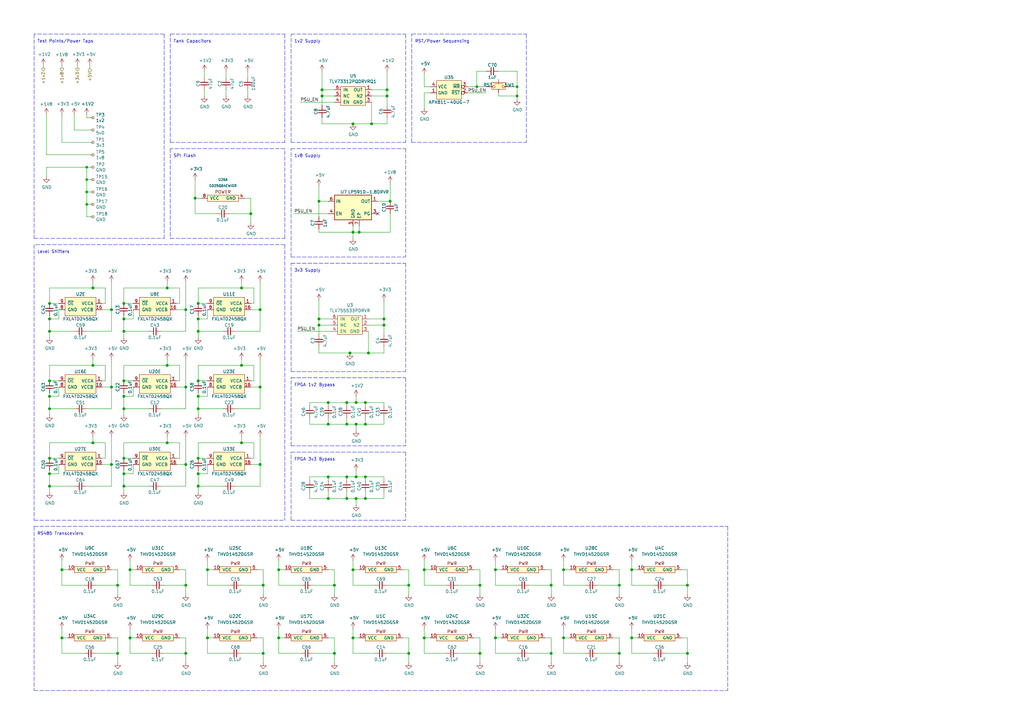
<source format=kicad_sch>
(kicad_sch (version 20211123) (generator eeschema)
  (paper "A3")
  (title_block (date "2021-05-31") (rev "1") (company "Aki"))
  (junction (at 20.32 194.31) (diameter 1.016))
  (junction (at 50.8 167.64) (diameter 1.016))
  (junction (at 50.8 135.89) (diameter 1.016))
  (junction (at 35.56 78.74))
  (junction (at 81.28 156.21) (diameter 1.016))
  (junction (at 144.78 95.25) (diameter 1.016))
  (junction (at 158.75 36.83) (diameter 1.016))
  (junction (at 142.24 204.47) (diameter 1.016))
  (junction (at 158.75 39.37) (diameter 1.016))
  (junction (at 226.06 240.03) (diameter 1.016))
  (junction (at 144.78 50.8) (diameter 1.016))
  (junction (at 81.28 162.56) (diameter 1.016))
  (junction (at 137.16 240.03) (diameter 1.016))
  (junction (at 35.56 73.66))
  (junction (at 99.06 149.86) (diameter 1.016))
  (junction (at 45.72 127) (diameter 1.016))
  (junction (at 20.32 130.81) (diameter 1.016))
  (junction (at 106.68 190.5) (diameter 1.016))
  (junction (at 81.28 187.96) (diameter 1.016))
  (junction (at 38.1 181.61) (diameter 1.016))
  (junction (at 50.8 199.39) (diameter 1.016))
  (junction (at 81.28 135.89) (diameter 1.016))
  (junction (at 196.85 240.03) (diameter 1.016))
  (junction (at 20.32 135.89) (diameter 1.016))
  (junction (at 149.86 195.58) (diameter 1.016))
  (junction (at 38.1 149.86) (diameter 1.016))
  (junction (at 45.72 190.5) (diameter 1.016))
  (junction (at 160.02 82.55) (diameter 1.016))
  (junction (at 281.94 267.97) (diameter 1.016))
  (junction (at 50.8 130.81) (diameter 1.016))
  (junction (at 68.58 118.11) (diameter 1.016))
  (junction (at 144.78 233.68) (diameter 1.016))
  (junction (at 143.51 144.78) (diameter 1.016))
  (junction (at 147.32 95.25) (diameter 1.016))
  (junction (at 81.28 194.31) (diameter 1.016))
  (junction (at 212.09 39.37))
  (junction (at 114.3 233.68) (diameter 1.016))
  (junction (at 157.48 133.35) (diameter 1.016))
  (junction (at 45.72 158.75) (diameter 1.016))
  (junction (at 144.78 261.62) (diameter 1.016))
  (junction (at 137.16 267.97) (diameter 1.016))
  (junction (at 48.26 267.97) (diameter 1.016))
  (junction (at 167.64 240.03) (diameter 1.016))
  (junction (at 76.2 240.03) (diameter 1.016))
  (junction (at 149.86 165.1) (diameter 1.016))
  (junction (at 142.24 173.99) (diameter 1.016))
  (junction (at 35.56 68.58))
  (junction (at 203.2 233.68) (diameter 1.016))
  (junction (at 50.8 124.46) (diameter 1.016))
  (junction (at 53.34 261.62) (diameter 1.016))
  (junction (at 81.28 167.64) (diameter 1.016))
  (junction (at 134.62 173.99) (diameter 1.016))
  (junction (at 132.08 36.83) (diameter 1.016))
  (junction (at 102.87 87.63) (diameter 1.016))
  (junction (at 25.4 233.68) (diameter 1.016))
  (junction (at 146.05 165.1) (diameter 1.016))
  (junction (at 68.58 181.61) (diameter 1.016))
  (junction (at 167.64 267.97) (diameter 1.016))
  (junction (at 81.28 199.39) (diameter 1.016))
  (junction (at 146.05 204.47) (diameter 1.016))
  (junction (at 20.32 187.96) (diameter 1.016))
  (junction (at 50.8 162.56) (diameter 1.016))
  (junction (at 134.62 165.1) (diameter 1.016))
  (junction (at 157.48 130.81) (diameter 1.016))
  (junction (at 81.28 130.81) (diameter 1.016))
  (junction (at 134.62 195.58) (diameter 1.016))
  (junction (at 146.05 173.99) (diameter 1.016))
  (junction (at 114.3 261.62) (diameter 1.016))
  (junction (at 53.34 233.68) (diameter 1.016))
  (junction (at 20.32 124.46) (diameter 1.016))
  (junction (at 142.24 165.1) (diameter 1.016))
  (junction (at 254 240.03) (diameter 1.016))
  (junction (at 25.4 261.62) (diameter 1.016))
  (junction (at 134.62 204.47) (diameter 1.016))
  (junction (at 50.8 187.96) (diameter 1.016))
  (junction (at 50.8 156.21) (diameter 1.016))
  (junction (at 80.01 81.28) (diameter 1.016))
  (junction (at 76.2 190.5) (diameter 1.016))
  (junction (at 20.32 167.64) (diameter 1.016))
  (junction (at 50.8 194.31) (diameter 1.016))
  (junction (at 226.06 267.97) (diameter 1.016))
  (junction (at 130.81 130.81) (diameter 1.016))
  (junction (at 152.4 50.8) (diameter 1.016))
  (junction (at 107.95 240.03) (diameter 1.016))
  (junction (at 68.58 149.86) (diameter 1.016))
  (junction (at 85.09 261.62) (diameter 1.016))
  (junction (at 99.06 181.61) (diameter 1.016))
  (junction (at 48.26 240.03) (diameter 1.016))
  (junction (at 149.86 173.99) (diameter 1.016))
  (junction (at 203.2 261.62) (diameter 1.016))
  (junction (at 231.14 261.62) (diameter 1.016))
  (junction (at 281.94 240.03) (diameter 1.016))
  (junction (at 106.68 158.75) (diameter 1.016))
  (junction (at 20.32 162.56) (diameter 1.016))
  (junction (at 132.08 39.37) (diameter 1.016))
  (junction (at 146.05 195.58) (diameter 1.016))
  (junction (at 85.09 233.68) (diameter 1.016))
  (junction (at 173.99 233.68) (diameter 1.016))
  (junction (at 106.68 127) (diameter 1.016))
  (junction (at 254 267.97) (diameter 1.016))
  (junction (at 149.86 204.47) (diameter 1.016))
  (junction (at 142.24 195.58) (diameter 1.016))
  (junction (at 76.2 127) (diameter 1.016))
  (junction (at 38.1 118.11) (diameter 1.016))
  (junction (at 212.09 35.56))
  (junction (at 130.81 133.35) (diameter 1.016))
  (junction (at 195.58 35.56))
  (junction (at 259.08 261.62) (diameter 1.016))
  (junction (at 231.14 233.68) (diameter 1.016))
  (junction (at 76.2 158.75) (diameter 1.016))
  (junction (at 20.32 156.21) (diameter 1.016))
  (junction (at 130.81 82.55) (diameter 1.016))
  (junction (at 196.85 267.97) (diameter 1.016))
  (junction (at 259.08 233.68) (diameter 1.016))
  (junction (at 20.32 199.39) (diameter 1.016))
  (junction (at 81.28 124.46) (diameter 1.016))
  (junction (at 173.99 261.62) (diameter 1.016))
  (junction (at 107.95 267.97) (diameter 1.016))
  (junction (at 76.2 267.97) (diameter 1.016))
  (junction (at 35.56 83.82))
  (junction (at 151.13 144.78) (diameter 1.016))
  (junction (at 99.06 118.11) (diameter 1.016))
  (no_connect (at 154.94 87.63))
  (wire (pts (xy 233.68 233.68) (xy 231.14 233.68)))
  (wire (pts (xy 137.16 267.97) (xy 137.16 261.62)))
  (wire (pts (xy 81.28 124.46) (xy 81.28 118.11)))
  (polyline (pts (xy 166.37 107.95) (xy 166.37 152.4)) (stroke (width 0) (type dash)))
  (wire (pts (xy 67.31 267.97) (xy 76.2 267.97)))
  (wire (pts (xy 142.24 195.58) (xy 146.05 195.58)))
  (wire (pts (xy 48.26 240.03) (xy 48.26 243.84)))
  (wire (pts (xy 261.62 261.62) (xy 259.08 261.62)))
  (wire (pts (xy 173.99 267.97) (xy 182.88 267.97)))
  (wire (pts (xy 130.81 82.55) (xy 130.81 76.2)))
  (wire (pts (xy 167.64 240.03) (xy 167.64 243.84)))
  (wire (pts (xy 92.71 31.75) (xy 92.71 29.21)))
  (wire (pts (xy 134.62 195.58) (xy 142.24 195.58)))
  (wire (pts (xy 152.4 36.83) (xy 158.75 36.83)))
  (polyline (pts (xy 119.38 107.95) (xy 166.37 107.95)) (stroke (width 0) (type dash)))
  (wire (pts (xy 76.2 240.03) (xy 76.2 243.84)))
  (wire (pts (xy 73.66 156.21) (xy 72.39 156.21)))
  (wire (pts (xy 104.14 181.61) (xy 104.14 187.96)))
  (wire (pts (xy 24.13 194.31) (xy 20.32 194.31)))
  (wire (pts (xy 35.56 48.26) (xy 35.56 46.99)))
  (wire (pts (xy 99.06 149.86) (xy 104.14 149.86)))
  (wire (pts (xy 66.04 199.39) (xy 76.2 199.39)))
  (wire (pts (xy 80.01 81.28) (xy 82.55 81.28)))
  (wire (pts (xy 80.01 87.63) (xy 80.01 81.28)))
  (wire (pts (xy 20.32 181.61) (xy 38.1 181.61)))
  (wire (pts (xy 132.08 50.8) (xy 144.78 50.8)))
  (wire (pts (xy 20.32 167.64) (xy 20.32 170.18)))
  (wire (pts (xy 76.2 267.97) (xy 76.2 271.78)))
  (wire (pts (xy 76.2 135.89) (xy 76.2 127)))
  (wire (pts (xy 38.1 149.86) (xy 43.18 149.86)))
  (wire (pts (xy 137.16 41.91) (xy 123.19 41.91)))
  (wire (pts (xy 76.2 267.97) (xy 76.2 261.62)))
  (wire (pts (xy 45.72 147.32) (xy 45.72 158.75)))
  (wire (pts (xy 45.72 158.75) (xy 41.91 158.75)))
  (wire (pts (xy 96.52 167.64) (xy 106.68 167.64)))
  (wire (pts (xy 134.62 201.93) (xy 134.62 204.47)))
  (wire (pts (xy 85.09 194.31) (xy 81.28 194.31)))
  (wire (pts (xy 130.81 82.55) (xy 134.62 82.55)))
  (wire (pts (xy 48.26 233.68) (xy 45.72 233.68)))
  (wire (pts (xy 27.94 261.62) (xy 25.4 261.62)))
  (wire (pts (xy 146.05 173.99) (xy 146.05 176.53)))
  (wire (pts (xy 107.95 261.62) (xy 105.41 261.62)))
  (wire (pts (xy 107.95 240.03) (xy 107.95 233.68)))
  (wire (pts (xy 104.14 149.86) (xy 104.14 156.21)))
  (wire (pts (xy 85.09 267.97) (xy 93.98 267.97)))
  (wire (pts (xy 157.48 123.19) (xy 157.48 130.81)))
  (wire (pts (xy 187.96 240.03) (xy 196.85 240.03)))
  (wire (pts (xy 160.02 74.93) (xy 160.02 82.55)))
  (wire (pts (xy 85.09 127) (xy 85.09 130.81)))
  (wire (pts (xy 106.68 147.32) (xy 106.68 158.75)))
  (wire (pts (xy 104.14 156.21) (xy 102.87 156.21)))
  (wire (pts (xy 50.8 162.56) (xy 50.8 161.29)))
  (wire (pts (xy 144.78 92.71) (xy 144.78 95.25)))
  (wire (pts (xy 144.78 95.25) (xy 144.78 97.79)))
  (wire (pts (xy 85.09 158.75) (xy 85.09 162.56)))
  (wire (pts (xy 68.58 179.07) (xy 68.58 181.61)))
  (wire (pts (xy 60.96 167.64) (xy 50.8 167.64)))
  (wire (pts (xy 68.58 118.11) (xy 73.66 118.11)))
  (wire (pts (xy 130.81 133.35) (xy 130.81 137.16)))
  (wire (pts (xy 196.85 261.62) (xy 194.31 261.62)))
  (wire (pts (xy 91.44 135.89) (xy 81.28 135.89)))
  (wire (pts (xy 50.8 167.64) (xy 50.8 170.18)))
  (wire (pts (xy 24.13 158.75) (xy 24.13 162.56)))
  (wire (pts (xy 204.47 29.21) (xy 212.09 29.21)))
  (wire (pts (xy 212.09 29.21) (xy 212.09 35.56)))
  (wire (pts (xy 226.06 240.03) (xy 226.06 243.84)))
  (wire (pts (xy 35.56 83.82) (xy 35.56 88.9)))
  (wire (pts (xy 35.56 88.9) (xy 38.1 88.9)))
  (wire (pts (xy 254 240.03) (xy 254 243.84)))
  (wire (pts (xy 76.2 127) (xy 72.39 127)))
  (wire (pts (xy 104.14 187.96) (xy 102.87 187.96)))
  (polyline (pts (xy 119.38 58.42) (xy 166.37 58.42)) (stroke (width 0) (type dash)))
  (wire (pts (xy 76.2 167.64) (xy 76.2 158.75)))
  (wire (pts (xy 106.68 115.57) (xy 106.68 127)))
  (wire (pts (xy 203.2 233.68) (xy 203.2 240.03)))
  (wire (pts (xy 130.81 82.55) (xy 130.81 88.9)))
  (wire (pts (xy 281.94 267.97) (xy 281.94 261.62)))
  (wire (pts (xy 106.68 199.39) (xy 106.68 190.5)))
  (wire (pts (xy 99.06 267.97) (xy 107.95 267.97)))
  (wire (pts (xy 158.75 43.18) (xy 158.75 39.37)))
  (wire (pts (xy 231.14 257.81) (xy 231.14 261.62)))
  (wire (pts (xy 19.05 46.99) (xy 19.05 63.5)))
  (wire (pts (xy 38.1 63.5) (xy 19.05 63.5)))
  (wire (pts (xy 20.32 118.11) (xy 38.1 118.11)))
  (wire (pts (xy 20.32 124.46) (xy 20.32 118.11)))
  (wire (pts (xy 24.13 124.46) (xy 20.32 124.46)))
  (wire (pts (xy 38.1 118.11) (xy 43.18 118.11)))
  (wire (pts (xy 43.18 118.11) (xy 43.18 124.46)))
  (wire (pts (xy 43.18 124.46) (xy 41.91 124.46)))
  (wire (pts (xy 99.06 118.11) (xy 104.14 118.11)))
  (wire (pts (xy 45.72 115.57) (xy 45.72 127)))
  (wire (pts (xy 45.72 127) (xy 41.91 127)))
  (wire (pts (xy 67.31 240.03) (xy 76.2 240.03)))
  (wire (pts (xy 157.48 171.45) (xy 157.48 173.99)))
  (wire (pts (xy 128.27 267.97) (xy 137.16 267.97)))
  (polyline (pts (xy 168.91 58.42) (xy 215.9 58.42)) (stroke (width 0) (type dash)))
  (wire (pts (xy 146.05 173.99) (xy 149.86 173.99)))
  (polyline (pts (xy 13.97 100.33) (xy 13.97 213.36)) (stroke (width 0) (type dash)))
  (polyline (pts (xy 13.97 213.36) (xy 116.84 213.36)) (stroke (width 0) (type dash)))
  (polyline (pts (xy 116.84 100.33) (xy 13.97 100.33)) (stroke (width 0) (type dash)))
  (polyline (pts (xy 116.84 100.33) (xy 116.84 213.36)) (stroke (width 0) (type dash)))
  (wire (pts (xy 203.2 267.97) (xy 212.09 267.97)))
  (wire (pts (xy 50.8 149.86) (xy 68.58 149.86)))
  (wire (pts (xy 68.58 115.57) (xy 68.58 118.11)))
  (wire (pts (xy 38.1 115.57) (xy 38.1 118.11)))
  (wire (pts (xy 132.08 48.26) (xy 132.08 50.8)))
  (wire (pts (xy 68.58 181.61) (xy 73.66 181.61)))
  (polyline (pts (xy 119.38 152.4) (xy 166.37 152.4)) (stroke (width 0) (type dash)))
  (wire (pts (xy 104.14 118.11) (xy 104.14 124.46)))
  (wire (pts (xy 76.2 158.75) (xy 72.39 158.75)))
  (wire (pts (xy 81.28 181.61) (xy 99.06 181.61)))
  (wire (pts (xy 83.82 31.75) (xy 83.82 29.21)))
  (wire (pts (xy 85.09 156.21) (xy 81.28 156.21)))
  (wire (pts (xy 158.75 240.03) (xy 167.64 240.03)))
  (wire (pts (xy 149.86 173.99) (xy 157.48 173.99)))
  (wire (pts (xy 85.09 261.62) (xy 85.09 267.97)))
  (wire (pts (xy 149.86 195.58) (xy 157.48 195.58)))
  (wire (pts (xy 146.05 165.1) (xy 146.05 162.56)))
  (wire (pts (xy 167.64 267.97) (xy 167.64 261.62)))
  (wire (pts (xy 83.82 36.83) (xy 83.82 39.37)))
  (wire (pts (xy 50.8 181.61) (xy 68.58 181.61)))
  (wire (pts (xy 176.53 261.62) (xy 173.99 261.62)))
  (wire (pts (xy 43.18 149.86) (xy 43.18 156.21)))
  (polyline (pts (xy 69.85 13.97) (xy 116.84 13.97)) (stroke (width 0) (type dash)))
  (polyline (pts (xy 69.85 58.42) (xy 69.85 13.97)) (stroke (width 0) (type dash)))
  (polyline (pts (xy 69.85 58.42) (xy 116.84 58.42)) (stroke (width 0) (type dash)))
  (polyline (pts (xy 116.84 13.97) (xy 116.84 58.42)) (stroke (width 0) (type dash)))
  (wire (pts (xy 114.3 229.87) (xy 114.3 233.68)))
  (wire (pts (xy 142.24 204.47) (xy 146.05 204.47)))
  (wire (pts (xy 85.09 240.03) (xy 93.98 240.03)))
  (polyline (pts (xy 119.38 13.97) (xy 166.37 13.97)) (stroke (width 0) (type dash)))
  (wire (pts (xy 203.2 257.81) (xy 203.2 261.62)))
  (wire (pts (xy 151.13 130.81) (xy 157.48 130.81)))
  (wire (pts (xy 76.2 261.62) (xy 73.66 261.62)))
  (wire (pts (xy 233.68 261.62) (xy 231.14 261.62)))
  (wire (pts (xy 24.13 187.96) (xy 20.32 187.96)))
  (polyline (pts (xy 168.91 58.42) (xy 168.91 13.97)) (stroke (width 0) (type dash)))
  (wire (pts (xy 127 165.1) (xy 134.62 165.1)))
  (wire (pts (xy 142.24 201.93) (xy 142.24 204.47)))
  (wire (pts (xy 30.48 46.99) (xy 30.48 53.34)))
  (polyline (pts (xy 166.37 13.97) (xy 166.37 58.42)) (stroke (width 0) (type dash)))
  (wire (pts (xy 176.53 35.56) (xy 173.99 35.56)))
  (wire (pts (xy 54.61 190.5) (xy 54.61 194.31)))
  (wire (pts (xy 85.09 187.96) (xy 81.28 187.96)))
  (wire (pts (xy 104.14 124.46) (xy 102.87 124.46)))
  (wire (pts (xy 226.06 240.03) (xy 226.06 233.68)))
  (wire (pts (xy 196.85 267.97) (xy 196.85 261.62)))
  (wire (pts (xy 101.6 36.83) (xy 101.6 39.37)))
  (wire (pts (xy 134.62 166.37) (xy 134.62 165.1)))
  (wire (pts (xy 54.61 194.31) (xy 50.8 194.31)))
  (wire (pts (xy 209.55 35.56) (xy 212.09 35.56)))
  (wire (pts (xy 212.09 35.56) (xy 212.09 39.37)))
  (wire (pts (xy 212.09 39.37) (xy 212.09 40.64)))
  (wire (pts (xy 35.56 78.74) (xy 35.56 83.82)))
  (wire (pts (xy 35.56 83.82) (xy 38.1 83.82)))
  (wire (pts (xy 116.84 261.62) (xy 114.3 261.62)))
  (wire (pts (xy 73.66 124.46) (xy 72.39 124.46)))
  (wire (pts (xy 152.4 41.91) (xy 152.4 50.8)))
  (wire (pts (xy 99.06 179.07) (xy 99.06 181.61)))
  (wire (pts (xy 144.78 261.62) (xy 144.78 267.97)))
  (wire (pts (xy 144.78 257.81) (xy 144.78 261.62)))
  (wire (pts (xy 157.48 144.78) (xy 151.13 144.78)))
  (wire (pts (xy 81.28 135.89) (xy 81.28 138.43)))
  (wire (pts (xy 43.18 181.61) (xy 43.18 187.96)))
  (wire (pts (xy 43.18 187.96) (xy 41.91 187.96)))
  (wire (pts (xy 35.56 68.58) (xy 35.56 73.66)))
  (wire (pts (xy 35.56 73.66) (xy 38.1 73.66)))
  (wire (pts (xy 134.62 204.47) (xy 142.24 204.47)))
  (wire (pts (xy 50.8 199.39) (xy 50.8 201.93)))
  (wire (pts (xy 38.1 147.32) (xy 38.1 149.86)))
  (wire (pts (xy 107.95 240.03) (xy 107.95 243.84)))
  (wire (pts (xy 127 166.37) (xy 127 165.1)))
  (wire (pts (xy 157.48 201.93) (xy 157.48 204.47)))
  (wire (pts (xy 160.02 82.55) (xy 154.94 82.55)))
  (wire (pts (xy 73.66 181.61) (xy 73.66 187.96)))
  (wire (pts (xy 50.8 199.39) (xy 50.8 194.31)))
  (wire (pts (xy 142.24 166.37) (xy 142.24 165.1)))
  (wire (pts (xy 20.32 135.89) (xy 20.32 138.43)))
  (wire (pts (xy 149.86 166.37) (xy 149.86 165.1)))
  (wire (pts (xy 173.99 257.81) (xy 173.99 261.62)))
  (wire (pts (xy 101.6 29.21) (xy 101.6 31.75)))
  (wire (pts (xy 137.16 233.68) (xy 134.62 233.68)))
  (wire (pts (xy 54.61 158.75) (xy 54.61 162.56)))
  (wire (pts (xy 137.16 240.03) (xy 137.16 233.68)))
  (wire (pts (xy 226.06 267.97) (xy 226.06 261.62)))
  (wire (pts (xy 76.2 115.57) (xy 76.2 127)))
  (polyline (pts (xy 119.38 213.36) (xy 166.37 213.36)) (stroke (width 0) (type dash)))
  (wire (pts (xy 54.61 162.56) (xy 50.8 162.56)))
  (polyline (pts (xy 119.38 182.88) (xy 119.38 154.94)) (stroke (width 0) (type dash)))
  (wire (pts (xy 158.75 50.8) (xy 152.4 50.8)))
  (wire (pts (xy 68.58 147.32) (xy 68.58 149.86)))
  (wire (pts (xy 254 240.03) (xy 254 233.68)))
  (wire (pts (xy 20.32 135.89) (xy 20.32 130.81)))
  (wire (pts (xy 85.09 233.68) (xy 85.09 240.03)))
  (wire (pts (xy 132.08 39.37) (xy 132.08 43.18)))
  (wire (pts (xy 85.09 257.81) (xy 85.09 261.62)))
  (wire (pts (xy 39.37 240.03) (xy 48.26 240.03)))
  (wire (pts (xy 127 201.93) (xy 127 204.47)))
  (wire (pts (xy 36.83 26.67) (xy 36.83 27.94)))
  (wire (pts (xy 281.94 240.03) (xy 281.94 243.84)))
  (wire (pts (xy 134.62 173.99) (xy 142.24 173.99)))
  (polyline (pts (xy 166.37 154.94) (xy 166.37 182.88)) (stroke (width 0) (type dash)))
  (wire (pts (xy 226.06 233.68) (xy 223.52 233.68)))
  (polyline (pts (xy 13.97 215.9) (xy 13.97 283.21)) (stroke (width 0) (type dash)))
  (polyline (pts (xy 13.97 215.9) (xy 298.45 215.9)) (stroke (width 0) (type dash)))
  (polyline (pts (xy 13.97 283.21) (xy 298.45 283.21)) (stroke (width 0) (type dash)))
  (polyline (pts (xy 298.45 215.9) (xy 298.45 283.21)) (stroke (width 0) (type dash)))
  (wire (pts (xy 45.72 179.07) (xy 45.72 190.5)))
  (wire (pts (xy 173.99 35.56) (xy 173.99 30.48)))
  (wire (pts (xy 152.4 39.37) (xy 158.75 39.37)))
  (wire (pts (xy 137.16 39.37) (xy 132.08 39.37)))
  (wire (pts (xy 203.2 261.62) (xy 203.2 267.97)))
  (wire (pts (xy 73.66 149.86) (xy 73.66 156.21)))
  (wire (pts (xy 53.34 257.81) (xy 53.34 261.62)))
  (wire (pts (xy 20.32 187.96) (xy 20.32 181.61)))
  (wire (pts (xy 173.99 233.68) (xy 173.99 240.03)))
  (wire (pts (xy 132.08 39.37) (xy 132.08 36.83)))
  (wire (pts (xy 137.16 267.97) (xy 137.16 271.78)))
  (wire (pts (xy 151.13 144.78) (xy 143.51 144.78)))
  (wire (pts (xy 91.44 167.64) (xy 81.28 167.64)))
  (wire (pts (xy 50.8 130.81) (xy 50.8 129.54)))
  (wire (pts (xy 127 171.45) (xy 127 173.99)))
  (wire (pts (xy 134.62 171.45) (xy 134.62 173.99)))
  (wire (pts (xy 19.05 68.58) (xy 35.56 68.58)))
  (wire (pts (xy 35.56 68.58) (xy 38.1 68.58)))
  (wire (pts (xy 254 267.97) (xy 254 261.62)))
  (wire (pts (xy 80.01 87.63) (xy 88.9 87.63)))
  (wire (pts (xy 30.48 199.39) (xy 20.32 199.39)))
  (wire (pts (xy 35.56 73.66) (xy 35.56 78.74)))
  (wire (pts (xy 35.56 78.74) (xy 38.1 78.74)))
  (wire (pts (xy 54.61 124.46) (xy 50.8 124.46)))
  (wire (pts (xy 45.72 199.39) (xy 45.72 190.5)))
  (wire (pts (xy 142.24 196.85) (xy 142.24 195.58)))
  (wire (pts (xy 76.2 147.32) (xy 76.2 158.75)))
  (wire (pts (xy 158.75 48.26) (xy 158.75 50.8)))
  (wire (pts (xy 273.05 267.97) (xy 281.94 267.97)))
  (wire (pts (xy 25.4 257.81) (xy 25.4 261.62)))
  (wire (pts (xy 25.4 261.62) (xy 25.4 267.97)))
  (wire (pts (xy 25.4 267.97) (xy 34.29 267.97)))
  (polyline (pts (xy 166.37 185.42) (xy 166.37 213.36)) (stroke (width 0) (type dash)))
  (wire (pts (xy 254 267.97) (xy 254 271.78)))
  (wire (pts (xy 91.44 199.39) (xy 81.28 199.39)))
  (wire (pts (xy 81.28 194.31) (xy 81.28 193.04)))
  (wire (pts (xy 106.68 167.64) (xy 106.68 158.75)))
  (wire (pts (xy 80.01 73.66) (xy 80.01 81.28)))
  (wire (pts (xy 50.8 167.64) (xy 50.8 162.56)))
  (wire (pts (xy 73.66 118.11) (xy 73.66 124.46)))
  (wire (pts (xy 81.28 199.39) (xy 81.28 201.93)))
  (wire (pts (xy 68.58 149.86) (xy 73.66 149.86)))
  (wire (pts (xy 50.8 124.46) (xy 50.8 118.11)))
  (wire (pts (xy 20.32 167.64) (xy 20.32 162.56)))
  (polyline (pts (xy 119.38 182.88) (xy 166.37 182.88)) (stroke (width 0) (type dash)))
  (wire (pts (xy 106.68 179.07) (xy 106.68 190.5)))
  (wire (pts (xy 147.32 92.71) (xy 147.32 95.25)))
  (wire (pts (xy 147.32 95.25) (xy 144.78 95.25)))
  (wire (pts (xy 204.47 38.1) (xy 204.47 39.37)))
  (wire (pts (xy 204.47 39.37) (xy 212.09 39.37)))
  (wire (pts (xy 231.14 267.97) (xy 240.03 267.97)))
  (wire (pts (xy 135.89 130.81) (xy 130.81 130.81)))
  (wire (pts (xy 114.3 233.68) (xy 114.3 240.03)))
  (wire (pts (xy 73.66 187.96) (xy 72.39 187.96)))
  (wire (pts (xy 217.17 240.03) (xy 226.06 240.03)))
  (wire (pts (xy 100.33 81.28) (xy 102.87 81.28)))
  (wire (pts (xy 102.87 81.28) (xy 102.87 87.63)))
  (wire (pts (xy 87.63 261.62) (xy 85.09 261.62)))
  (wire (pts (xy 130.81 144.78) (xy 143.51 144.78)))
  (wire (pts (xy 27.94 233.68) (xy 25.4 233.68)))
  (wire (pts (xy 50.8 135.89) (xy 50.8 130.81)))
  (wire (pts (xy 167.64 261.62) (xy 165.1 261.62)))
  (wire (pts (xy 54.61 130.81) (xy 50.8 130.81)))
  (polyline (pts (xy 69.85 60.96) (xy 69.85 97.79)) (stroke (width 0) (type dash)))
  (polyline (pts (xy 69.85 97.79) (xy 116.84 97.79)) (stroke (width 0) (type dash)))
  (polyline (pts (xy 116.84 60.96) (xy 69.85 60.96)) (stroke (width 0) (type dash)))
  (polyline (pts (xy 116.84 97.79) (xy 116.84 60.96)) (stroke (width 0) (type dash)))
  (wire (pts (xy 81.28 187.96) (xy 81.28 181.61)))
  (wire (pts (xy 24.13 156.21) (xy 20.32 156.21)))
  (polyline (pts (xy 13.97 13.97) (xy 13.97 97.79)) (stroke (width 0) (type dash)))
  (polyline (pts (xy 13.97 97.79) (xy 67.31 97.79)) (stroke (width 0) (type dash)))
  (polyline (pts (xy 67.31 13.97) (xy 13.97 13.97)) (stroke (width 0) (type dash)))
  (polyline (pts (xy 67.31 13.97) (xy 67.31 97.79)) (stroke (width 0) (type dash)))
  (wire (pts (xy 19.05 68.58) (xy 19.05 72.39)))
  (wire (pts (xy 99.06 240.03) (xy 107.95 240.03)))
  (wire (pts (xy 53.34 267.97) (xy 62.23 267.97)))
  (wire (pts (xy 130.81 142.24) (xy 130.81 144.78)))
  (wire (pts (xy 127 196.85) (xy 127 195.58)))
  (wire (pts (xy 53.34 240.03) (xy 62.23 240.03)))
  (wire (pts (xy 107.95 267.97) (xy 107.95 261.62)))
  (wire (pts (xy 50.8 187.96) (xy 50.8 181.61)))
  (wire (pts (xy 54.61 156.21) (xy 50.8 156.21)))
  (wire (pts (xy 187.96 267.97) (xy 196.85 267.97)))
  (wire (pts (xy 196.85 240.03) (xy 196.85 233.68)))
  (polyline (pts (xy 119.38 213.36) (xy 119.38 185.42)) (stroke (width 0) (type dash)))
  (wire (pts (xy 254 233.68) (xy 251.46 233.68)))
  (wire (pts (xy 20.32 130.81) (xy 20.32 129.54)))
  (wire (pts (xy 24.13 127) (xy 24.13 130.81)))
  (wire (pts (xy 24.13 130.81) (xy 20.32 130.81)))
  (wire (pts (xy 106.68 190.5) (xy 102.87 190.5)))
  (wire (pts (xy 281.94 261.62) (xy 279.4 261.62)))
  (wire (pts (xy 25.4 27.94) (xy 25.4 26.67)))
  (wire (pts (xy 81.28 167.64) (xy 81.28 162.56)))
  (wire (pts (xy 132.08 36.83) (xy 132.08 29.21)))
  (wire (pts (xy 134.62 87.63) (xy 120.65 87.63)))
  (wire (pts (xy 231.14 261.62) (xy 231.14 267.97)))
  (wire (pts (xy 127 173.99) (xy 134.62 173.99)))
  (polyline (pts (xy 119.38 58.42) (xy 119.38 13.97)) (stroke (width 0) (type dash)))
  (wire (pts (xy 127 195.58) (xy 134.62 195.58)))
  (wire (pts (xy 20.32 162.56) (xy 20.32 161.29)))
  (wire (pts (xy 114.3 240.03) (xy 123.19 240.03)))
  (wire (pts (xy 93.98 87.63) (xy 102.87 87.63)))
  (wire (pts (xy 196.85 233.68) (xy 194.31 233.68)))
  (wire (pts (xy 85.09 229.87) (xy 85.09 233.68)))
  (wire (pts (xy 50.8 135.89) (xy 50.8 138.43)))
  (wire (pts (xy 147.32 261.62) (xy 144.78 261.62)))
  (wire (pts (xy 76.2 190.5) (xy 72.39 190.5)))
  (wire (pts (xy 151.13 133.35) (xy 157.48 133.35)))
  (wire (pts (xy 25.4 58.42) (xy 38.1 58.42)))
  (wire (pts (xy 102.87 87.63) (xy 102.87 91.44)))
  (wire (pts (xy 157.48 137.16) (xy 157.48 133.35)))
  (wire (pts (xy 134.62 165.1) (xy 142.24 165.1)))
  (wire (pts (xy 158.75 267.97) (xy 167.64 267.97)))
  (wire (pts (xy 144.78 240.03) (xy 153.67 240.03)))
  (wire (pts (xy 231.14 240.03) (xy 240.03 240.03)))
  (wire (pts (xy 137.16 240.03) (xy 137.16 243.84)))
  (wire (pts (xy 76.2 233.68) (xy 73.66 233.68)))
  (wire (pts (xy 85.09 162.56) (xy 81.28 162.56)))
  (wire (pts (xy 76.2 179.07) (xy 76.2 190.5)))
  (wire (pts (xy 50.8 156.21) (xy 50.8 149.86)))
  (wire (pts (xy 195.58 29.21) (xy 195.58 35.56)))
  (wire (pts (xy 199.39 29.21) (xy 195.58 29.21)))
  (wire (pts (xy 50.8 194.31) (xy 50.8 193.04)))
  (wire (pts (xy 92.71 36.83) (xy 92.71 39.37)))
  (wire (pts (xy 173.99 38.1) (xy 173.99 44.45)))
  (wire (pts (xy 176.53 38.1) (xy 173.99 38.1)))
  (wire (pts (xy 54.61 127) (xy 54.61 130.81)))
  (wire (pts (xy 144.78 233.68) (xy 144.78 240.03)))
  (wire (pts (xy 259.08 267.97) (xy 267.97 267.97)))
  (wire (pts (xy 30.48 167.64) (xy 20.32 167.64)))
  (wire (pts (xy 217.17 267.97) (xy 226.06 267.97)))
  (wire (pts (xy 81.28 149.86) (xy 99.06 149.86)))
  (wire (pts (xy 85.09 130.81) (xy 81.28 130.81)))
  (wire (pts (xy 195.58 35.56) (xy 191.77 35.56)))
  (wire (pts (xy 199.39 35.56) (xy 195.58 35.56)))
  (wire (pts (xy 205.74 261.62) (xy 203.2 261.62)))
  (wire (pts (xy 261.62 233.68) (xy 259.08 233.68)))
  (wire (pts (xy 281.94 267.97) (xy 281.94 271.78)))
  (wire (pts (xy 146.05 204.47) (xy 149.86 204.47)))
  (wire (pts (xy 259.08 229.87) (xy 259.08 233.68)))
  (wire (pts (xy 114.3 257.81) (xy 114.3 261.62)))
  (wire (pts (xy 31.75 26.67) (xy 31.75 27.94)))
  (wire (pts (xy 25.4 233.68) (xy 25.4 240.03)))
  (wire (pts (xy 142.24 165.1) (xy 146.05 165.1)))
  (wire (pts (xy 66.04 167.64) (xy 76.2 167.64)))
  (wire (pts (xy 157.48 166.37) (xy 157.48 165.1)))
  (wire (pts (xy 66.04 135.89) (xy 76.2 135.89)))
  (wire (pts (xy 45.72 167.64) (xy 45.72 158.75)))
  (wire (pts (xy 85.09 190.5) (xy 85.09 194.31)))
  (wire (pts (xy 38.1 181.61) (xy 43.18 181.61)))
  (wire (pts (xy 81.28 162.56) (xy 81.28 161.29)))
  (wire (pts (xy 60.96 135.89) (xy 50.8 135.89)))
  (wire (pts (xy 245.11 240.03) (xy 254 240.03)))
  (wire (pts (xy 151.13 135.89) (xy 151.13 144.78)))
  (wire (pts (xy 167.64 240.03) (xy 167.64 233.68)))
  (polyline (pts (xy 119.38 154.94) (xy 166.37 154.94)) (stroke (width 0) (type dash)))
  (wire (pts (xy 53.34 229.87) (xy 53.34 233.68)))
  (wire (pts (xy 114.3 261.62) (xy 114.3 267.97)))
  (wire (pts (xy 99.06 147.32) (xy 99.06 149.86)))
  (wire (pts (xy 107.95 233.68) (xy 105.41 233.68)))
  (polyline (pts (xy 166.37 60.96) (xy 166.37 105.41)) (stroke (width 0) (type dash)))
  (wire (pts (xy 116.84 233.68) (xy 114.3 233.68)))
  (wire (pts (xy 35.56 135.89) (xy 45.72 135.89)))
  (wire (pts (xy 45.72 135.89) (xy 45.72 127)))
  (wire (pts (xy 106.68 158.75) (xy 102.87 158.75)))
  (wire (pts (xy 81.28 135.89) (xy 81.28 130.81)))
  (polyline (pts (xy 119.38 60.96) (xy 166.37 60.96)) (stroke (width 0) (type dash)))
  (polyline (pts (xy 119.38 152.4) (xy 119.38 107.95)) (stroke (width 0) (type dash)))
  (wire (pts (xy 96.52 135.89) (xy 106.68 135.89)))
  (wire (pts (xy 144.78 267.97) (xy 153.67 267.97)))
  (wire (pts (xy 226.06 267.97) (xy 226.06 271.78)))
  (wire (pts (xy 87.63 233.68) (xy 85.09 233.68)))
  (wire (pts (xy 76.2 240.03) (xy 76.2 233.68)))
  (wire (pts (xy 259.08 233.68) (xy 259.08 240.03)))
  (wire (pts (xy 205.74 233.68) (xy 203.2 233.68)))
  (wire (pts (xy 106.68 135.89) (xy 106.68 127)))
  (wire (pts (xy 96.52 199.39) (xy 106.68 199.39)))
  (wire (pts (xy 137.16 261.62) (xy 134.62 261.62)))
  (wire (pts (xy 176.53 233.68) (xy 173.99 233.68)))
  (wire (pts (xy 226.06 261.62) (xy 223.52 261.62)))
  (wire (pts (xy 142.24 173.99) (xy 146.05 173.99)))
  (wire (pts (xy 24.13 190.5) (xy 24.13 194.31)))
  (wire (pts (xy 152.4 50.8) (xy 144.78 50.8)))
  (wire (pts (xy 76.2 199.39) (xy 76.2 190.5)))
  (wire (pts (xy 107.95 267.97) (xy 107.95 271.78)))
  (wire (pts (xy 173.99 229.87) (xy 173.99 233.68)))
  (wire (pts (xy 35.56 167.64) (xy 45.72 167.64)))
  (wire (pts (xy 81.28 199.39) (xy 81.28 194.31)))
  (wire (pts (xy 39.37 267.97) (xy 48.26 267.97)))
  (wire (pts (xy 48.26 261.62) (xy 45.72 261.62)))
  (wire (pts (xy 48.26 267.97) (xy 48.26 261.62)))
  (wire (pts (xy 106.68 127) (xy 102.87 127)))
  (wire (pts (xy 130.81 133.35) (xy 130.81 130.81)))
  (wire (pts (xy 30.48 135.89) (xy 20.32 135.89)))
  (wire (pts (xy 196.85 240.03) (xy 196.85 243.84)))
  (wire (pts (xy 81.28 167.64) (xy 81.28 170.18)))
  (wire (pts (xy 99.06 181.61) (xy 104.14 181.61)))
  (wire (pts (xy 146.05 204.47) (xy 146.05 207.01)))
  (wire (pts (xy 130.81 130.81) (xy 130.81 123.19)))
  (wire (pts (xy 20.32 194.31) (xy 20.32 193.04)))
  (wire (pts (xy 135.89 133.35) (xy 130.81 133.35)))
  (wire (pts (xy 114.3 267.97) (xy 123.19 267.97)))
  (wire (pts (xy 30.48 53.34) (xy 38.1 53.34)))
  (wire (pts (xy 191.77 38.1) (xy 199.39 38.1)))
  (wire (pts (xy 173.99 240.03) (xy 182.88 240.03)))
  (wire (pts (xy 25.4 46.99) (xy 25.4 58.42)))
  (wire (pts (xy 142.24 171.45) (xy 142.24 173.99)))
  (wire (pts (xy 158.75 29.21) (xy 158.75 36.83)))
  (wire (pts (xy 35.56 199.39) (xy 45.72 199.39)))
  (wire (pts (xy 20.32 199.39) (xy 20.32 194.31)))
  (wire (pts (xy 146.05 165.1) (xy 149.86 165.1)))
  (wire (pts (xy 81.28 118.11) (xy 99.06 118.11)))
  (wire (pts (xy 147.32 233.68) (xy 144.78 233.68)))
  (wire (pts (xy 173.99 261.62) (xy 173.99 267.97)))
  (wire (pts (xy 53.34 233.68) (xy 53.34 240.03)))
  (wire (pts (xy 50.8 118.11) (xy 68.58 118.11)))
  (polyline (pts (xy 119.38 185.42) (xy 166.37 185.42)) (stroke (width 0) (type dash)))
  (wire (pts (xy 149.86 196.85) (xy 149.86 195.58)))
  (wire (pts (xy 158.75 39.37) (xy 158.75 36.83)))
  (wire (pts (xy 281.94 233.68) (xy 279.4 233.68)))
  (wire (pts (xy 149.86 165.1) (xy 157.48 165.1)))
  (wire (pts (xy 144.78 229.87) (xy 144.78 233.68)))
  (polyline (pts (xy 119.38 105.41) (xy 166.37 105.41)) (stroke (width 0) (type dash)))
  (wire (pts (xy 55.88 261.62) (xy 53.34 261.62)))
  (wire (pts (xy 53.34 261.62) (xy 53.34 267.97)))
  (wire (pts (xy 259.08 261.62) (xy 259.08 267.97)))
  (wire (pts (xy 128.27 240.03) (xy 137.16 240.03)))
  (wire (pts (xy 85.09 124.46) (xy 81.28 124.46)))
  (wire (pts (xy 54.61 187.96) (xy 50.8 187.96)))
  (wire (pts (xy 137.16 36.83) (xy 132.08 36.83)))
  (polyline (pts (xy 215.9 13.97) (xy 215.9 58.42)) (stroke (width 0) (type dash)))
  (polyline (pts (xy 119.38 105.41) (xy 119.38 60.96)) (stroke (width 0) (type dash)))
  (wire (pts (xy 99.06 115.57) (xy 99.06 118.11)))
  (wire (pts (xy 25.4 240.03) (xy 34.29 240.03)))
  (wire (pts (xy 245.11 267.97) (xy 254 267.97)))
  (wire (pts (xy 134.62 196.85) (xy 134.62 195.58)))
  (polyline (pts (xy 168.91 13.97) (xy 215.9 13.97)) (stroke (width 0) (type dash)))
  (wire (pts (xy 281.94 240.03) (xy 281.94 233.68)))
  (wire (pts (xy 81.28 130.81) (xy 81.28 129.54)))
  (wire (pts (xy 38.1 179.07) (xy 38.1 181.61)))
  (wire (pts (xy 20.32 149.86) (xy 38.1 149.86)))
  (wire (pts (xy 130.81 93.98) (xy 130.81 95.25)))
  (wire (pts (xy 130.81 95.25) (xy 144.78 95.25)))
  (wire (pts (xy 146.05 195.58) (xy 149.86 195.58)))
  (wire (pts (xy 48.26 240.03) (xy 48.26 233.68)))
  (wire (pts (xy 157.48 133.35) (xy 157.48 130.81)))
  (wire (pts (xy 135.89 135.89) (xy 121.92 135.89)))
  (wire (pts (xy 24.13 162.56) (xy 20.32 162.56)))
  (wire (pts (xy 157.48 196.85) (xy 157.48 195.58)))
  (wire (pts (xy 149.86 201.93) (xy 149.86 204.47)))
  (wire (pts (xy 35.56 48.26) (xy 38.1 48.26)))
  (wire (pts (xy 254 261.62) (xy 251.46 261.62)))
  (wire (pts (xy 167.64 233.68) (xy 165.1 233.68)))
  (wire (pts (xy 203.2 240.03) (xy 212.09 240.03)))
  (wire (pts (xy 273.05 240.03) (xy 281.94 240.03)))
  (wire (pts (xy 149.86 204.47) (xy 157.48 204.47)))
  (wire (pts (xy 20.32 199.39) (xy 20.32 201.93)))
  (wire (pts (xy 55.88 233.68) (xy 53.34 233.68)))
  (wire (pts (xy 20.32 156.21) (xy 20.32 149.86)))
  (wire (pts (xy 25.4 229.87) (xy 25.4 233.68)))
  (wire (pts (xy 45.72 190.5) (xy 41.91 190.5)))
  (wire (pts (xy 167.64 267.97) (xy 167.64 271.78)))
  (wire (pts (xy 48.26 267.97) (xy 48.26 271.78)))
  (wire (pts (xy 231.14 229.87) (xy 231.14 233.68)))
  (wire (pts (xy 231.14 233.68) (xy 231.14 240.03)))
  (wire (pts (xy 259.08 240.03) (xy 267.97 240.03)))
  (wire (pts (xy 157.48 142.24) (xy 157.48 144.78)))
  (wire (pts (xy 149.86 171.45) (xy 149.86 173.99)))
  (wire (pts (xy 17.78 27.94) (xy 17.78 26.67)))
  (wire (pts (xy 203.2 229.87) (xy 203.2 233.68)))
  (wire (pts (xy 259.08 257.81) (xy 259.08 261.62)))
  (wire (pts (xy 160.02 87.63) (xy 160.02 95.25)))
  (wire (pts (xy 160.02 95.25) (xy 147.32 95.25)))
  (wire (pts (xy 196.85 267.97) (xy 196.85 271.78)))
  (wire (pts (xy 81.28 156.21) (xy 81.28 149.86)))
  (wire (pts (xy 146.05 195.58) (xy 146.05 193.04)))
  (wire (pts (xy 43.18 156.21) (xy 41.91 156.21)))
  (wire (pts (xy 60.96 199.39) (xy 50.8 199.39)))
  (wire (pts (xy 127 204.47) (xy 134.62 204.47)))
  (text "Test Points/Power Taps\n" (at 15.24 17.78 0) (effects (font (size 1.27 1.27)) (justify left bottom)))
  (text "FPGA 1v2 Bypass" (at 120.65 158.75 0) (effects (font (size 1.27 1.27)) (justify left bottom)))
  (text "Level Shifters" (at 15.24 104.14 0) (effects (font (size 1.27 1.27)) (justify left bottom)))
  (text "RST/Power Sequencing\n" (at 170.18 17.78 0) (effects (font (size 1.27 1.27)) (justify left bottom)))
  (text "3v3 Supply" (at 120.65 111.76 0) (effects (font (size 1.27 1.27)) (justify left bottom)))
  (text "RS485 Transceviers" (at 15.24 219.71 0) (effects (font (size 1.27 1.27)) (justify left bottom)))
  (text "FPGA 3v3 Bypass" (at 120.65 189.23 0) (effects (font (size 1.27 1.27)) (justify left bottom)))
  (text "Tank Capacitors" (at 71.12 17.78 0) (effects (font (size 1.27 1.27)) (justify left bottom)))
  (text "SPI Flash" (at 71.12 64.77 0) (effects (font (size 1.27 1.27)) (justify left bottom)))
  (text "1v8 Supply\n" (at 120.65 64.77 0) (effects (font (size 1.27 1.27)) (justify left bottom)))
  (text "1v2 Supply" (at 120.65 17.78 0) (effects (font (size 1.27 1.27)) (justify left bottom)))
  (label "PSU_EN" (at 199.39 38.1 180))
  (label "PSU_EN" (at 123.19 41.91 0))
  (label "PSU_EN" (at 121.92 135.89 0))
  (label "PSU_EN" (at 120.65 87.63 0))
  (hierarchical_label "+1v8" (shape output) (at 25.4 27.94 270))
  (hierarchical_label "+5V" (shape input) (at 36.83 27.94 270))
  (hierarchical_label "+1v2" (shape output) (at 17.78 27.94 270))
  (hierarchical_label "+3v3" (shape output) (at 31.75 27.94 270))
  (symbol (lib_id "Device:C_Small") (at 101.6 34.29 0) (unit 1)
    (property "Reference" "C5" (at 98.8568 34.3916 90))
    (property "Value" "100uF" (at 103.9368 34.163 90))
    (property "Footprint" "Capacitor_SMD:C_1210_3225Metric" (effects hide))
    (property "Datasheet" "https://content.kemet.com/datasheets/KEM_C1006_X5R_SMD.pdf" (effects hide))
    (property "MFR" "KEMET" (effects hide))
    (property "MPN" "C1210C107M4PAC7800" (effects hide))
  )
  (symbol (lib_id "Device:C_Small") (at 81.28 190.5 180) (unit 1)
    (property "Reference" "C26" (at 78.74 190.5 90))
    (property "Value" "0.1uF" (at 83.82 190.5 90))
    (property "Footprint" "Capacitor_SMD:C_0603_1608Metric" (effects hide))
    (property "MFR" "KEMET" (effects hide))
    (property "MPN" "C0402C104M8PACTU" (effects hide))
  )
  (symbol (lib_id "power:GND") (at 137.16 271.78 0) (unit 1)
    (property "Reference" "#PWR0183" (effects hide))
    (property "Value" "GND" (at 137.287 276.1742 0))
  )
  (symbol (lib_id "Device:C_Small") (at 33.02 199.39 90) (unit 1)
    (property "Reference" "C64" (at 33.02 196.85 90))
    (property "Value" "0.1uF" (at 33.02 201.93 90))
    (property "Footprint" "Capacitor_SMD:C_0603_1608Metric" (effects hide))
    (property "MFR" "KEMET" (effects hide))
    (property "MPN" "C0402C104M8PACTU" (effects hide))
  )
  (symbol (lib_id "power:+5V") (at 173.99 257.81 0) (unit 1)
    (property "Reference" "#PWR0148" (effects hide))
    (property "Value" "+5V" (at 174.371 253.4158 0))
  )
  (symbol (lib_id "Device:C_Small") (at 270.51 267.97 90) (unit 1)
    (property "Reference" "C36" (at 270.51 265.43 90))
    (property "Value" "0.1uF" (at 270.51 270.51 90))
    (property "Footprint" "Capacitor_SMD:C_0603_1608Metric" (effects hide))
    (property "MFR" "KEMET" (effects hide))
    (property "MPN" "C0402C104M8PACTU" (effects hide))
  )
  (symbol (lib_id "power:GND") (at 143.51 144.78 0) (unit 1)
    (property "Reference" "#PWR0125" (effects hide))
    (property "Value" "GND" (at 143.637 149.1742 0))
  )
  (symbol (lib_id "power:+5V") (at 76.2 179.07 0) (unit 1)
    (property "Reference" "#PWR0170" (effects hide))
    (property "Value" "+5V" (at 76.581 174.6758 0))
  )
  (symbol (lib_id "power:+5V") (at 45.72 115.57 0) (unit 1)
    (property "Reference" "#PWR0216" (effects hide))
    (property "Value" "+5V" (at 46.101 111.1758 0))
  )
  (symbol (lib_id "Device:C_Small") (at 157.48 199.39 180) (unit 1)
    (property "Reference" "C35" (at 154.94 199.39 90))
    (property "Value" "0.1uF" (at 160.02 199.39 90))
    (property "Footprint" "Capacitor_SMD:C_0402_1005Metric" (effects hide))
    (property "MFR" "KEMET" (effects hide))
    (property "MPN" "C0402C104M8PACTU" (effects hide))
  )
  (symbol (lib_id "power:GND") (at 173.99 44.45 0) (unit 1)
    (property "Reference" "#PWR0242" (effects hide))
    (property "Value" "GND" (at 174.117 48.8442 0))
  )
  (symbol (lib_id "power:GND") (at 167.64 271.78 0) (unit 1)
    (property "Reference" "#PWR0185" (effects hide))
    (property "Value" "GND" (at 167.767 276.1742 0))
  )
  (symbol (lib_id "power:GND") (at 254 271.78 0) (unit 1)
    (property "Reference" "#PWR0151" (effects hide))
    (property "Value" "GND" (at 254.127 276.1742 0))
  )
  (symbol (lib_id "Device:C_Small") (at 201.93 29.21 90) (unit 1)
    (property "Reference" "C70" (at 201.93 26.67 90))
    (property "Value" "1uF" (at 201.93 31.75 90))
    (property "Footprint" "Capacitor_SMD:C_0603_1608Metric" (effects hide))
    (property "MFR" "Taiyo Yuden" (effects hide))
    (property "MPN" "UMK107BJ105KA-T" (effects hide))
  )
  (symbol (lib_id "Device:C_Small") (at 20.32 127 180) (unit 1)
    (property "Reference" "C42" (at 17.78 127 90))
    (property "Value" "0.1uF" (at 22.86 127 90))
    (property "Footprint" "Capacitor_SMD:C_0603_1608Metric" (effects hide))
    (property "MFR" "KEMET" (effects hide))
    (property "MPN" "C0402C104M8PACTU" (effects hide))
  )
  (symbol (lib_id "power:+1V2") (at 83.82 29.21 0) (unit 1)
    (property "Reference" "#PWR0227" (effects hide))
    (property "Value" "+1V2" (at 84.201 24.8158 0))
  )
  (symbol (lib_id "lethalbit:SW_Push_Shield") (at 204.47 35.56 0) (mirror y) (unit 1)
    (property "Reference" "SW1" (at 207.01 35.56 0) (effects (justify right bottom)))
    (property "Value" "RST" (at 201.93 35.56 0) (effects (justify left bottom)))
    (property "Footprint" "lethalbit:SW_Tactile_SPST_Angled_TC-1109DE" (effects hide))
    (property "MFR" "XKB Connectivity" (effects hide))
    (property "MPN" "TC-1109DE-C-D" (effects hide))
  )
  (symbol (lib_id "Device:C_Small") (at 96.52 240.03 90) (unit 1)
    (property "Reference" "C15" (at 96.52 237.49 90))
    (property "Value" "0.1uF" (at 96.52 242.57 90))
    (property "Footprint" "Capacitor_SMD:C_0603_1608Metric" (effects hide))
    (property "MFR" "KEMET" (effects hide))
    (property "MPN" "C0402C104M8PACTU" (effects hide))
  )
  (symbol (lib_id "lethalbit:THVD1452DGSR") (at 64.77 233.68 0) (unit 3)
    (property "Reference" "U31" (at 64.77 224.79 0))
    (property "Value" "THVD1452DGSR" (at 64.77 227.33 0))
    (property "Footprint" "Package_SO:VSSOP-10_3x3mm_P0.5mm" (effects hide))
    (property "Datasheet" "https://www.ti.com/lit/ds/symlink/thvd1410.pdf?HQS=TI-null-null-digikeymode-df-pf-null-wwe&ts=1594256188624" (effects hide))
    (property "MFR" "Texas Instruments" (effects hide))
    (property "MPN" "THVD1452DGSR" (effects hide))
  )
  (symbol (lib_id "power:GND") (at 254 243.84 0) (unit 1)
    (property "Reference" "#PWR0156" (effects hide))
    (property "Value" "GND" (at 254.127 248.2342 0))
  )
  (symbol (lib_id "Device:C_Small") (at 149.86 199.39 180) (unit 1)
    (property "Reference" "C40" (at 147.32 199.39 90))
    (property "Value" "0.1uF" (at 152.4 199.39 90))
    (property "Footprint" "Capacitor_SMD:C_0402_1005Metric" (effects hide))
    (property "MFR" "KEMET" (effects hide))
    (property "MPN" "C0402C104M8PACTU" (effects hide))
  )
  (symbol (lib_id "power:+1V8") (at 25.4 26.67 0) (unit 1)
    (property "Reference" "#PWR0116" (effects hide))
    (property "Value" "+1V8" (at 27.94 23.114 0) (effects (justify right bottom)))
  )
  (symbol (lib_id "Device:C_Small") (at 93.98 199.39 90) (unit 1)
    (property "Reference" "C49" (at 93.98 196.85 90))
    (property "Value" "0.1uF" (at 93.98 201.93 90))
    (property "Footprint" "Capacitor_SMD:C_0603_1608Metric" (effects hide))
    (property "MFR" "KEMET" (effects hide))
    (property "MPN" "C0402C104M8PACTU" (effects hide))
  )
  (symbol (lib_id "power:+5V") (at 76.2 115.57 0) (unit 1)
    (property "Reference" "#PWR0220" (effects hide))
    (property "Value" "+5V" (at 76.581 111.1758 0))
  )
  (symbol (lib_id "Device:C_Small") (at 50.8 158.75 180) (unit 1)
    (property "Reference" "C22" (at 48.26 158.75 90))
    (property "Value" "0.1uF" (at 53.34 158.75 90))
    (property "Footprint" "Capacitor_SMD:C_0603_1608Metric" (effects hide))
    (property "MFR" "KEMET" (effects hide))
    (property "MPN" "C0402C104M8PACTU" (effects hide))
  )
  (symbol (lib_id "lethalbit:THVD1452DGSR") (at 214.63 233.68 0) (unit 3)
    (property "Reference" "U10" (at 214.63 224.79 0))
    (property "Value" "THVD1452DGSR" (at 214.63 227.33 0))
    (property "Footprint" "Package_SO:VSSOP-10_3x3mm_P0.5mm" (effects hide))
    (property "Datasheet" "https://www.ti.com/lit/ds/symlink/thvd1410.pdf?HQS=TI-null-null-digikeymode-df-pf-null-wwe&ts=1594256188624" (effects hide))
    (property "MFR" "Texas Instruments" (effects hide))
    (property "MPN" "THVD1452DGSR" (effects hide))
  )
  (symbol (lib_id "Device:C_Small") (at 91.44 87.63 90) (unit 1)
    (property "Reference" "C20" (at 91.44 85.09 90))
    (property "Value" "0.1uF" (at 91.44 90.17 90))
    (property "Footprint" "Capacitor_SMD:C_0603_1608Metric" (effects hide))
    (property "Datasheet" "https://content.kemet.com/datasheets/KEM_C1006_X5R_SMD.pdf" (effects hide))
    (property "MFR" "KEMET" (effects hide))
    (property "MPN" "C0402C104M8PACTU" (effects hide))
  )
  (symbol (lib_id "power:GND") (at 137.16 243.84 0) (unit 1)
    (property "Reference" "#PWR0186" (effects hide))
    (property "Value" "GND" (at 137.287 248.2342 0))
  )
  (symbol (lib_id "power:+3V3") (at 38.1 179.07 0) (unit 1)
    (property "Reference" "#PWR0180" (effects hide))
    (property "Value" "+3V3" (at 37.211 174.6758 0))
  )
  (symbol (lib_id "power:+1V2") (at 35.56 46.99 0) (unit 1)
    (property "Reference" "#PWR0123" (effects hide))
    (property "Value" "+1V2" (at 35.941 42.5958 0))
  )
  (symbol (lib_id "Connector:TestPoint_Small") (at 38.1 88.9 0) (unit 1)
    (property "Reference" "TP18" (at 39.3192 87.7316 0) (effects (justify left)))
    (property "Value" "GND" (at 39.3192 90.043 0) (effects (justify left)))
    (property "Footprint" "TestPoint:TestPoint_Pad_D1.0mm" (effects hide))
    (property "MFR" "N/A" (effects hide))
    (property "MPN" "N/A" (effects hide))
  )
  (symbol (lib_id "lethalbit:THVD1452DGSR") (at 156.21 261.62 0) (unit 3)
    (property "Reference" "U1" (at 156.21 252.73 0))
    (property "Value" "THVD1452DGSR" (at 156.21 255.27 0))
    (property "Footprint" "Package_SO:VSSOP-10_3x3mm_P0.5mm" (effects hide))
    (property "Datasheet" "https://www.ti.com/lit/ds/symlink/thvd1410.pdf?HQS=TI-null-null-digikeymode-df-pf-null-wwe&ts=1594256188624" (effects hide))
    (property "MFR" "Texas Instruments" (effects hide))
    (property "MPN" "THVD1452DGSR" (effects hide))
  )
  (symbol (lib_id "Device:C_Small") (at 134.62 199.39 180) (unit 1)
    (property "Reference" "C34" (at 132.08 199.39 90))
    (property "Value" "0.1uF" (at 137.16 199.39 90))
    (property "Footprint" "Capacitor_SMD:C_0402_1005Metric" (effects hide))
    (property "MFR" "KEMET" (effects hide))
    (property "MPN" "C0402C104M8PACTU" (effects hide))
  )
  (symbol (lib_id "power:GND") (at 48.26 271.78 0) (unit 1)
    (property "Reference" "#PWR0187" (effects hide))
    (property "Value" "GND" (at 48.387 276.1742 0))
  )
  (symbol (lib_id "power:GND") (at 167.64 243.84 0) (unit 1)
    (property "Reference" "#PWR0177" (effects hide))
    (property "Value" "GND" (at 167.767 248.2342 0))
  )
  (symbol (lib_id "power:+1V2") (at 146.05 162.56 0) (unit 1)
    (property "Reference" "#PWR0134" (effects hide))
    (property "Value" "+1V2" (at 146.431 158.1658 0))
  )
  (symbol (lib_id "Regulator_Linear:LP5912-1.8DRV") (at 144.78 85.09 0) (unit 1)
    (property "Reference" "U7" (at 140.97 78.74 0))
    (property "Value" "LP5910-1.8DRVR" (at 151.13 78.74 0))
    (property "Footprint" "Package_SON:WSON-6-1EP_2x2mm_P0.65mm_EP1x1.6mm_ThermalVias" (effects hide))
    (property "Datasheet" "https://www.ti.com/lit/ds/symlink/lp5910.pdf?HQS=dis-dk-null-digikeymode-dsf-pf-null-wwe&ts=1622766436293" (effects hide))
    (property "MFR" "Texas Instruments" (effects hide))
    (property "MPN" "LP5910-1.8DRVR" (effects hide))
  )
  (symbol (lib_id "lethalbit:THVD1452DGSR") (at 64.77 261.62 0) (unit 3)
    (property "Reference" "U29" (at 64.77 252.73 0))
    (property "Value" "THVD1452DGSR" (at 64.77 255.27 0))
    (property "Footprint" "Package_SO:VSSOP-10_3x3mm_P0.5mm" (effects hide))
    (property "Datasheet" "https://www.ti.com/lit/ds/symlink/thvd1410.pdf?HQS=TI-null-null-digikeymode-df-pf-null-wwe&ts=1594256188624" (effects hide))
    (property "MFR" "Texas Instruments" (effects hide))
    (property "MPN" "THVD1452DGSR" (effects hide))
  )
  (symbol (lib_id "Connector:TestPoint_Small") (at 38.1 48.26 0) (unit 1)
    (property "Reference" "TP3" (at 39.3192 47.0916 0) (effects (justify left)))
    (property "Value" "1v2" (at 39.3192 49.403 0) (effects (justify left)))
    (property "Footprint" "TestPoint:TestPoint_Pad_D1.0mm" (effects hide))
    (property "MFR" "N/A" (effects hide))
    (property "MPN" "N/A" (effects hide))
  )
  (symbol (lib_id "Device:C_Small") (at 96.52 267.97 90) (unit 1)
    (property "Reference" "C68" (at 96.52 265.43 90))
    (property "Value" "0.1uF" (at 96.52 270.51 90))
    (property "Footprint" "Capacitor_SMD:C_0603_1608Metric" (effects hide))
    (property "MFR" "KEMET" (effects hide))
    (property "MPN" "C0402C104M8PACTU" (effects hide))
  )
  (symbol (lib_id "lethalbit:APX811-40UG-7") (at 184.15 36.83 0) (unit 1)
    (property "Reference" "U35" (at 184.15 31.75 0))
    (property "Value" "APX811-40UG-7" (at 184.15 41.91 0))
    (property "Footprint" "Package_TO_SOT_SMD:SOT-143" (effects hide))
    (property "Datasheet" "https://www.diodes.com/assets/Datasheets/APX811_812.pdf" (effects hide))
    (property "MFR" "Diodes Incorporated" (effects hide))
    (property "MPN" "APX811-40UG-7" (effects hide))
  )
  (symbol (lib_id "power:+3V3") (at 68.58 147.32 0) (unit 1)
    (property "Reference" "#PWR0212" (effects hide))
    (property "Value" "+3V3" (at 67.691 142.9258 0))
  )
  (symbol (lib_id "lethalbit:THVD1452DGSR") (at 270.51 233.68 0) (unit 3)
    (property "Reference" "U4" (at 270.51 224.79 0))
    (property "Value" "THVD1452DGSR" (at 270.51 227.33 0))
    (property "Footprint" "Package_SO:VSSOP-10_3x3mm_P0.5mm" (effects hide))
    (property "Datasheet" "https://www.ti.com/lit/ds/symlink/thvd1410.pdf?HQS=TI-null-null-digikeymode-df-pf-null-wwe&ts=1594256188624" (effects hide))
    (property "MFR" "Texas Instruments" (effects hide))
    (property "MPN" "THVD1452DGSR" (effects hide))
  )
  (symbol (lib_id "power:+5V") (at 25.4 257.81 0) (unit 1)
    (property "Reference" "#PWR0193" (effects hide))
    (property "Value" "+5V" (at 25.781 253.4158 0))
  )
  (symbol (lib_id "lethalbit:THVD1452DGSR") (at 156.21 233.68 0) (unit 3)
    (property "Reference" "U13" (at 156.21 224.79 0))
    (property "Value" "THVD1452DGSR" (at 156.21 227.33 0))
    (property "Footprint" "Package_SO:VSSOP-10_3x3mm_P0.5mm" (effects hide))
    (property "Datasheet" "https://www.ti.com/lit/ds/symlink/thvd1410.pdf?HQS=TI-null-null-digikeymode-df-pf-null-wwe&ts=1594256188624" (effects hide))
    (property "MFR" "Texas Instruments" (effects hide))
    (property "MPN" "THVD1452DGSR" (effects hide))
  )
  (symbol (lib_id "Device:C_Small") (at 93.98 135.89 90) (unit 1)
    (property "Reference" "C19" (at 93.98 133.35 90))
    (property "Value" "0.1uF" (at 93.98 138.43 90))
    (property "Footprint" "Capacitor_SMD:C_0603_1608Metric" (effects hide))
    (property "MFR" "KEMET" (effects hide))
    (property "MPN" "C0402C104M8PACTU" (effects hide))
  )
  (symbol (lib_id "power:+5V") (at 144.78 257.81 0) (unit 1)
    (property "Reference" "#PWR0184" (effects hide))
    (property "Value" "+5V" (at 145.161 253.4158 0))
  )
  (symbol (lib_id "power:GND") (at 107.95 271.78 0) (unit 1)
    (property "Reference" "#PWR0207" (effects hide))
    (property "Value" "GND" (at 108.077 276.1742 0))
  )
  (symbol (lib_id "Device:C_Small") (at 127 199.39 180) (unit 1)
    (property "Reference" "C28" (at 124.46 199.39 90))
    (property "Value" "4.7uF" (at 129.54 199.39 90))
    (property "Footprint" "Capacitor_SMD:C_0603_1608Metric" (effects hide))
    (property "MFR" "KEMET" (effects hide))
    (property "MPN" "C0603C475K8PACTU" (effects hide))
  )
  (symbol (lib_id "lethalbit-memory:W25N01GVZEIG") (at 91.44 80.01 0) (unit 1)
    (property "Reference" "U26" (at 91.44 73.66 0) (effects (font (size 0.9906 0.9906))))
    (property "Value" "GD25Q64EWIGR" (at 91.44 76.2 0) (effects (font (size 0.9906 0.9906))))
    (property "Footprint" "rhais_package-qfn:UDFN-8-1EP_6x5mm_P1.27mm_EP3.4x4mm" (effects hide))
    (property "Datasheet" "https://www.gigadevice.com/datasheet/GD25Q64E/" (effects hide))
    (property "MFR" "GigaDevice" (effects hide))
    (property "MPN" "GD25Q64EWIGR" (effects hide))
  )
  (symbol (lib_id "lethalbit:FXL4TD245BQX") (at 63.5 125.73 0) (unit 5)
    (property "Reference" "U8" (at 63.5 120.65 0))
    (property "Value" "FXL4TD245BQX" (at 63.5 130.81 0))
    (property "Footprint" "DX-MON:DQFN16_1EP_2.5x3.5mm_P0.5mm" (effects hide))
    (property "Datasheet" "https://www.farnell.com/datasheets/2298347.pdf" (effects hide))
    (property "MFR" "ON Semi" (effects hide))
    (property "MPN" "FXL4TD245BQX‎" (effects hide))
  )
  (symbol (lib_id "power:GND") (at 81.28 201.93 0) (unit 1)
    (property "Reference" "#PWR0162" (effects hide))
    (property "Value" "GND" (at 81.407 206.3242 0))
  )
  (symbol (lib_id "Device:C_Small") (at 156.21 267.97 90) (unit 1)
    (property "Reference" "C14" (at 156.21 265.43 90))
    (property "Value" "0.1uF" (at 156.21 270.51 90))
    (property "Footprint" "Capacitor_SMD:C_0603_1608Metric" (effects hide))
    (property "MFR" "KEMET" (effects hide))
    (property "MPN" "C0402C104M8PACTU" (effects hide))
  )
  (symbol (lib_id "power:GND") (at 144.78 97.79 0) (unit 1)
    (property "Reference" "#PWR0143" (effects hide))
    (property "Value" "GND" (at 144.907 102.1842 0))
  )
  (symbol (lib_id "power:+5V") (at 53.34 229.87 0) (unit 1)
    (property "Reference" "#PWR0203" (effects hide))
    (property "Value" "+5V" (at 53.721 225.4758 0))
  )
  (symbol (lib_id "power:GND") (at 92.71 39.37 0) (unit 1)
    (property "Reference" "#PWR0230" (effects hide))
    (property "Value" "GND" (at 92.837 43.7642 0))
  )
  (symbol (lib_id "Device:C_Small") (at 63.5 167.64 90) (unit 1)
    (property "Reference" "C12" (at 63.5 165.1 90))
    (property "Value" "0.1uF" (at 63.5 170.18 90))
    (property "Footprint" "Capacitor_SMD:C_0603_1608Metric" (effects hide))
    (property "MFR" "KEMET" (effects hide))
    (property "MPN" "C0402C104M8PACTU" (effects hide))
  )
  (symbol (lib_id "Device:C_Small") (at 81.28 127 180) (unit 1)
    (property "Reference" "C17" (at 78.74 127 90))
    (property "Value" "0.1uF" (at 83.82 127 90))
    (property "Footprint" "Capacitor_SMD:C_0603_1608Metric" (effects hide))
    (property "MFR" "KEMET" (effects hide))
    (property "MPN" "C0402C104M8PACTU" (effects hide))
  )
  (symbol (lib_id "power:+5V") (at 45.72 147.32 0) (unit 1)
    (property "Reference" "#PWR0181" (effects hide))
    (property "Value" "+5V" (at 46.101 142.9258 0))
  )
  (symbol (lib_id "Device:C_Small") (at 130.81 139.7 180) (unit 1)
    (property "Reference" "C3" (at 128.27 139.7 90))
    (property "Value" "4.7uF" (at 133.35 139.7 90))
    (property "Footprint" "Capacitor_SMD:C_0603_1608Metric" (effects hide))
    (property "MFR" "KEMET" (effects hide))
    (property "MPN" "C0603C475K8PACTU" (effects hide))
  )
  (symbol (lib_id "power:GND") (at 20.32 201.93 0) (unit 1)
    (property "Reference" "#PWR0178" (effects hide))
    (property "Value" "GND" (at 20.447 206.3242 0))
  )
  (symbol (lib_id "lethalbit:FXL4TD245BQX") (at 93.98 125.73 0) (unit 5)
    (property "Reference" "U11" (at 93.98 120.65 0))
    (property "Value" "FXL4TD245BQX" (at 93.98 130.81 0))
    (property "Footprint" "DX-MON:DQFN16_1EP_2.5x3.5mm_P0.5mm" (effects hide))
    (property "Datasheet" "https://www.farnell.com/datasheets/2298347.pdf" (effects hide))
    (property "MFR" "ON Semi" (effects hide))
    (property "MPN" "FXL4TD245BQX‎" (effects hide))
  )
  (symbol (lib_id "Device:C_Small") (at 142.24 199.39 180) (unit 1)
    (property "Reference" "C44" (at 139.7 199.39 90))
    (property "Value" "0.1uF" (at 144.78 199.39 90))
    (property "Footprint" "Capacitor_SMD:C_0402_1005Metric" (effects hide))
    (property "MFR" "KEMET" (effects hide))
    (property "MPN" "C0402C104M8PACTU" (effects hide))
  )
  (symbol (lib_id "Device:C_Small") (at 50.8 127 180) (unit 1)
    (property "Reference" "C13" (at 48.26 127 90))
    (property "Value" "0.1uF" (at 53.34 127 90))
    (property "Footprint" "Capacitor_SMD:C_0603_1608Metric" (effects hide))
    (property "MFR" "KEMET" (effects hide))
    (property "MPN" "C0402C104M8PACTU" (effects hide))
  )
  (symbol (lib_id "power:+5V") (at 231.14 257.81 0) (unit 1)
    (property "Reference" "#PWR0146" (effects hide))
    (property "Value" "+5V" (at 231.521 253.4158 0))
  )
  (symbol (lib_id "power:+3V3") (at 68.58 179.07 0) (unit 1)
    (property "Reference" "#PWR0163" (effects hide))
    (property "Value" "+3V3" (at 67.691 174.6758 0))
  )
  (symbol (lib_id "power:+3V3") (at 68.58 115.57 0) (unit 1)
    (property "Reference" "#PWR0214" (effects hide))
    (property "Value" "+3V3" (at 67.691 111.1758 0))
  )
  (symbol (lib_id "power:GND") (at 146.05 207.01 0) (unit 1)
    (property "Reference" "#PWR0127" (effects hide))
    (property "Value" "GND" (at 146.177 211.4042 0))
  )
  (symbol (lib_id "power:+3V3") (at 99.06 179.07 0) (unit 1)
    (property "Reference" "#PWR0172" (effects hide))
    (property "Value" "+3V3" (at 98.171 174.6758 0))
  )
  (symbol (lib_id "Device:C_Small") (at 64.77 267.97 90) (unit 1)
    (property "Reference" "C25" (at 64.77 265.43 90))
    (property "Value" "0.1uF" (at 64.77 270.51 90))
    (property "Footprint" "Capacitor_SMD:C_0603_1608Metric" (effects hide))
    (property "MFR" "KEMET" (effects hide))
    (property "MPN" "C0402C104M8PACTU" (effects hide))
  )
  (symbol (lib_id "power:+3V3") (at 157.48 123.19 0) (unit 1)
    (property "Reference" "#PWR0126" (effects hide))
    (property "Value" "+3V3" (at 157.861 118.7958 0))
  )
  (symbol (lib_id "Device:C_Small") (at 214.63 267.97 90) (unit 1)
    (property "Reference" "C16" (at 214.63 265.43 90))
    (property "Value" "0.1uF" (at 214.63 270.51 90))
    (property "Footprint" "Capacitor_SMD:C_0603_1608Metric" (effects hide))
    (property "MFR" "KEMET" (effects hide))
    (property "MPN" "C0402C104M8PACTU" (effects hide))
  )
  (symbol (lib_id "power:+5V") (at 101.6 29.21 0) (unit 1)
    (property "Reference" "#PWR0135" (effects hide))
    (property "Value" "+5V" (at 101.981 24.8158 0))
  )
  (symbol (lib_id "lethalbit:FXL4TD245BQX") (at 93.98 157.48 0) (unit 5)
    (property "Reference" "U23" (at 93.98 152.4 0))
    (property "Value" "FXL4TD245BQX" (at 93.98 162.56 0))
    (property "Footprint" "DX-MON:DQFN16_1EP_2.5x3.5mm_P0.5mm" (effects hide))
    (property "Datasheet" "https://www.farnell.com/datasheets/2298347.pdf" (effects hide))
    (property "MFR" "ON Semi" (effects hide))
    (property "MPN" "FXL4TD245BQX‎" (effects hide))
  )
  (symbol (lib_id "lethalbit:FXL4TD245BQX") (at 33.02 157.48 0) (unit 5)
    (property "Reference" "U16" (at 33.02 152.4 0))
    (property "Value" "FXL4TD245BQX" (at 33.02 162.56 0))
    (property "Footprint" "DX-MON:DQFN16_1EP_2.5x3.5mm_P0.5mm" (effects hide))
    (property "Datasheet" "https://www.farnell.com/datasheets/2298347.pdf" (effects hide))
    (property "MFR" "ON Semi" (effects hide))
    (property "MPN" "FXL4TD245BQX‎" (effects hide))
  )
  (symbol (lib_id "Device:C_Small") (at 185.42 240.03 90) (unit 1)
    (property "Reference" "C31" (at 185.42 237.49 90))
    (property "Value" "0.1uF" (at 185.42 242.57 90))
    (property "Footprint" "Capacitor_SMD:C_0603_1608Metric" (effects hide))
    (property "MFR" "KEMET" (effects hide))
    (property "MPN" "C0402C104M8PACTU" (effects hide))
  )
  (symbol (lib_id "power:+5V") (at 106.68 147.32 0) (unit 1)
    (property "Reference" "#PWR0219" (effects hide))
    (property "Value" "+5V" (at 107.061 142.9258 0))
  )
  (symbol (lib_id "power:+3V3") (at 99.06 147.32 0) (unit 1)
    (property "Reference" "#PWR0210" (effects hide))
    (property "Value" "+3V3" (at 98.171 142.9258 0))
  )
  (symbol (lib_id "Connector:TestPoint_Small") (at 38.1 68.58 0) (unit 1)
    (property "Reference" "TP2" (at 39.3192 67.4116 0) (effects (justify left)))
    (property "Value" "GND" (at 39.3192 69.723 0) (effects (justify left)))
    (property "Footprint" "TestPoint:TestPoint_Pad_D1.0mm" (effects hide))
    (property "MFR" "N/A" (effects hide))
    (property "MPN" "N/A" (effects hide))
  )
  (symbol (lib_id "Device:C_Small") (at 270.51 240.03 90) (unit 1)
    (property "Reference" "C24" (at 270.51 237.49 90))
    (property "Value" "0.1uF" (at 270.51 242.57 90))
    (property "Footprint" "Capacitor_SMD:C_0603_1608Metric" (effects hide))
    (property "MFR" "KEMET" (effects hide))
    (property "MPN" "C0402C104M8PACTU" (effects hide))
  )
  (symbol (lib_id "power:GND") (at 212.09 40.64 0) (unit 1)
    (property "Reference" "#PWR0240" (effects hide))
    (property "Value" "GND" (at 212.217 45.0342 0))
  )
  (symbol (lib_id "power:GND") (at 146.05 176.53 0) (unit 1)
    (property "Reference" "#PWR0132" (effects hide))
    (property "Value" "GND" (at 146.177 180.9242 0))
  )
  (symbol (lib_id "Device:C_Small") (at 142.24 168.91 180) (unit 1)
    (property "Reference" "C38" (at 139.7 168.91 90))
    (property "Value" "0.1uF" (at 144.78 168.91 90))
    (property "Footprint" "Capacitor_SMD:C_0402_1005Metric" (effects hide))
    (property "MFR" "KEMET" (effects hide))
    (property "MPN" "C0402C104M8PACTU" (effects hide))
  )
  (symbol (lib_id "power:+5V") (at 76.2 147.32 0) (unit 1)
    (property "Reference" "#PWR0217" (effects hide))
    (property "Value" "+5V" (at 76.581 142.9258 0))
  )
  (symbol (lib_id "Connector:TestPoint_Small") (at 38.1 53.34 0) (unit 1)
    (property "Reference" "TP4" (at 39.3192 52.1716 0) (effects (justify left)))
    (property "Value" "5v0" (at 39.3192 54.483 0) (effects (justify left)))
    (property "Footprint" "TestPoint:TestPoint_Pad_D1.0mm" (effects hide))
    (property "MFR" "N/A" (effects hide))
    (property "MPN" "N/A" (effects hide))
  )
  (symbol (lib_id "power:GND") (at 19.05 72.39 0) (unit 1)
    (property "Reference" "#PWR0120" (effects hide))
    (property "Value" "GND" (at 19.177 76.7842 0))
  )
  (symbol (lib_id "Device:C_Small") (at 130.81 91.44 180) (unit 1)
    (property "Reference" "C7" (at 128.27 91.44 90))
    (property "Value" "1uF" (at 133.35 91.44 90))
    (property "Footprint" "Capacitor_SMD:C_0603_1608Metric" (effects hide))
    (property "MFR" "Taiyo Yuden" (effects hide))
    (property "MPN" "UMK107BJ105KA-T" (effects hide))
  )
  (symbol (lib_id "lethalbit:FXL4TD245BQX") (at 33.02 189.23 0) (unit 5)
    (property "Reference" "U27" (at 33.02 184.15 0))
    (property "Value" "FXL4TD245BQX" (at 33.02 194.31 0))
    (property "Footprint" "DX-MON:DQFN16_1EP_2.5x3.5mm_P0.5mm" (effects hide))
    (property "Datasheet" "https://www.farnell.com/datasheets/2298347.pdf" (effects hide))
    (property "MFR" "ON Semi" (effects hide))
    (property "MPN" "FXL4TD245BQX‎" (effects hide))
  )
  (symbol (lib_id "power:GND") (at 226.06 243.84 0) (unit 1)
    (property "Reference" "#PWR0155" (effects hide))
    (property "Value" "GND" (at 226.187 248.2342 0))
  )
  (symbol (lib_id "power:+3V3") (at 38.1 147.32 0) (unit 1)
    (property "Reference" "#PWR0182" (effects hide))
    (property "Value" "+3V3" (at 37.211 142.9258 0))
  )
  (symbol (lib_id "power:GND") (at 50.8 201.93 0) (unit 1)
    (property "Reference" "#PWR0161" (effects hide))
    (property "Value" "GND" (at 50.927 206.3242 0))
  )
  (symbol (lib_id "power:GND") (at 281.94 271.78 0) (unit 1)
    (property "Reference" "#PWR0153" (effects hide))
    (property "Value" "GND" (at 282.067 276.1742 0))
  )
  (symbol (lib_id "Device:C_Small") (at 242.57 267.97 90) (unit 1)
    (property "Reference" "C21" (at 242.57 265.43 90))
    (property "Value" "0.1uF" (at 242.57 270.51 90))
    (property "Footprint" "Capacitor_SMD:C_0603_1608Metric" (effects hide))
    (property "MFR" "KEMET" (effects hide))
    (property "MPN" "C0402C104M8PACTU" (effects hide))
  )
  (symbol (lib_id "power:GND") (at 226.06 271.78 0) (unit 1)
    (property "Reference" "#PWR0150" (effects hide))
    (property "Value" "GND" (at 226.187 276.1742 0))
  )
  (symbol (lib_id "power:+5V") (at 114.3 229.87 0) (unit 1)
    (property "Reference" "#PWR0208" (effects hide))
    (property "Value" "+5V" (at 114.681 225.4758 0))
  )
  (symbol (lib_id "power:+5V") (at 173.99 229.87 0) (unit 1)
    (property "Reference" "#PWR0176" (effects hide))
    (property "Value" "+5V" (at 174.371 225.4758 0))
  )
  (symbol (lib_id "lethalbit:THVD1452DGSR") (at 185.42 233.68 0) (unit 3)
    (property "Reference" "U6" (at 185.42 224.79 0))
    (property "Value" "THVD1452DGSR" (at 185.42 227.33 0))
    (property "Footprint" "Package_SO:VSSOP-10_3x3mm_P0.5mm" (effects hide))
    (property "Datasheet" "https://www.ti.com/lit/ds/symlink/thvd1410.pdf?HQS=TI-null-null-digikeymode-df-pf-null-wwe&ts=1594256188624" (effects hide))
    (property "MFR" "Texas Instruments" (effects hide))
    (property "MPN" "THVD1452DGSR" (effects hide))
  )
  (symbol (lib_id "power:+3V3") (at 80.01 73.66 0) (unit 1)
    (property "Reference" "#PWR0225" (effects hide))
    (property "Value" "+3V3" (at 80.391 69.2658 0))
  )
  (symbol (lib_id "power:+5V") (at 30.48 46.99 0) (unit 1)
    (property "Reference" "#PWR0122" (effects hide))
    (property "Value" "+5V" (at 30.861 42.5958 0))
  )
  (symbol (lib_id "Connector:TestPoint_Small") (at 38.1 63.5 0) (unit 1)
    (property "Reference" "TP5" (at 39.3192 62.3316 0) (effects (justify left)))
    (property "Value" "1v8" (at 39.3192 64.643 0) (effects (justify left)))
    (property "Footprint" "TestPoint:TestPoint_Pad_D1.0mm" (effects hide))
    (property "MFR" "N/A" (effects hide))
    (property "MPN" "N/A" (effects hide))
  )
  (symbol (lib_id "power:GND") (at 50.8 170.18 0) (unit 1)
    (property "Reference" "#PWR0213" (effects hide))
    (property "Value" "GND" (at 50.927 174.5742 0))
  )
  (symbol (lib_id "power:+5V") (at 106.68 179.07 0) (unit 1)
    (property "Reference" "#PWR0171" (effects hide))
    (property "Value" "+5V" (at 107.061 174.6758 0))
  )
  (symbol (lib_id "Device:C_Small") (at 33.02 135.89 90) (unit 1)
    (property "Reference" "C59" (at 33.02 133.35 90))
    (property "Value" "0.1uF" (at 33.02 138.43 90))
    (property "Footprint" "Capacitor_SMD:C_0603_1608Metric" (effects hide))
    (property "MFR" "KEMET" (effects hide))
    (property "MPN" "C0402C104M8PACTU" (effects hide))
  )
  (symbol (lib_id "power:+5V") (at 130.81 123.19 0) (unit 1)
    (property "Reference" "#PWR0138" (effects hide))
    (property "Value" "+5V" (at 131.191 118.7958 0))
  )
  (symbol (lib_id "lethalbit:THVD1452DGSR") (at 36.83 233.68 0) (unit 3)
    (property "Reference" "U9" (at 36.83 224.79 0))
    (property "Value" "THVD1452DGSR" (at 36.83 227.33 0))
    (property "Footprint" "Package_SO:VSSOP-10_3x3mm_P0.5mm" (effects hide))
    (property "Datasheet" "https://www.ti.com/lit/ds/symlink/thvd1410.pdf?HQS=TI-null-null-digikeymode-df-pf-null-wwe&ts=1594256188624" (effects hide))
    (property "MFR" "Texas Instruments" (effects hide))
    (property "MPN" "THVD1452DGSR" (effects hide))
  )
  (symbol (lib_id "lethalbit:FXL4TD245BQX") (at 63.5 189.23 0) (unit 5)
    (property "Reference" "U30" (at 63.5 184.15 0))
    (property "Value" "FXL4TD245BQX" (at 63.5 194.31 0))
    (property "Footprint" "DX-MON:DQFN16_1EP_2.5x3.5mm_P0.5mm" (effects hide))
    (property "Datasheet" "https://www.farnell.com/datasheets/2298347.pdf" (effects hide))
    (property "MFR" "ON Semi" (effects hide))
    (property "MPN" "FXL4TD245BQX‎" (effects hide))
  )
  (symbol (lib_id "power:+3V3") (at 146.05 193.04 0) (unit 1)
    (property "Reference" "#PWR0128" (effects hide))
    (property "Value" "+3V3" (at 146.431 188.6458 0))
  )
  (symbol (lib_id "Device:C_Small") (at 50.8 190.5 180) (unit 1)
    (property "Reference" "C67" (at 48.26 190.5 90))
    (property "Value" "0.1uF" (at 53.34 190.5 90))
    (property "Footprint" "Capacitor_SMD:C_0603_1608Metric" (effects hide))
    (property "MFR" "KEMET" (effects hide))
    (property "MPN" "C0402C104M8PACTU" (effects hide))
  )
  (symbol (lib_id "power:GND") (at 102.87 91.44 0) (unit 1)
    (property "Reference" "#PWR0226" (effects hide))
    (property "Value" "GND" (at 102.997 95.8342 0))
  )
  (symbol (lib_id "lethalbit:TLV755533PDRVR") (at 143.51 133.35 0) (unit 1)
    (property "Reference" "U3" (at 143.51 125.095 0))
    (property "Value" "TLV755533PDRVR" (at 143.51 127.4064 0))
    (property "Footprint" "Package_DFN_QFN:DFN-6-1EP_2x2mm_P0.65mm_EP1x1.6mm" (effects hide))
    (property "Datasheet" "http://www.ti.com/lit/ds/symlink/tlv733p-q1.pdf" (effects hide))
    (property "MFR" "Texas Instruments" (effects hide))
    (property "MPN" "TLV75533PDRVR" (effects hide))
  )
  (symbol (lib_id "Device:C_Small") (at 63.5 135.89 90) (unit 1)
    (property "Reference" "C43" (at 63.5 133.35 90))
    (property "Value" "0.1uF" (at 63.5 138.43 90))
    (property "Footprint" "Capacitor_SMD:C_0603_1608Metric" (effects hide))
    (property "MFR" "KEMET" (effects hide))
    (property "MPN" "C0402C104M8PACTU" (effects hide))
  )
  (symbol (lib_id "Device:C_Small") (at 20.32 190.5 180) (unit 1)
    (property "Reference" "C50" (at 17.78 190.5 90))
    (property "Value" "0.1uF" (at 22.86 190.5 90))
    (property "Footprint" "Capacitor_SMD:C_0603_1608Metric" (effects hide))
    (property "MFR" "KEMET" (effects hide))
    (property "MPN" "C0402C104M8PACTU" (effects hide))
  )
  (symbol (lib_id "lethalbit:THVD1452DGSR") (at 96.52 261.62 0) (unit 3)
    (property "Reference" "U22" (at 96.52 252.73 0))
    (property "Value" "THVD1452DGSR" (at 96.52 255.27 0))
    (property "Footprint" "Package_SO:VSSOP-10_3x3mm_P0.5mm" (effects hide))
    (property "Datasheet" "https://www.ti.com/lit/ds/symlink/thvd1410.pdf?HQS=TI-null-null-digikeymode-df-pf-null-wwe&ts=1594256188624" (effects hide))
    (property "MFR" "Texas Instruments" (effects hide))
    (property "MPN" "THVD1452DGSR" (effects hide))
  )
  (symbol (lib_id "Device:C_Small") (at 92.71 34.29 180) (unit 1)
    (property "Reference" "C2" (at 90.17 34.29 90))
    (property "Value" "47uF" (at 95.25 34.29 90))
    (property "Footprint" "Capacitor_SMD:C_1210_3225Metric" (effects hide))
    (property "Datasheet" "https://ds.yuden.co.jp/TYCOMPAS/eu/detail?pn=EMK325ABJ476KMHP&u=M" (effects hide))
    (property "MFR" "Taiyo Yuden" (effects hide))
    (property "MPN" "EMK325ABJ476KMHP" (effects hide))
  )
  (symbol (lib_id "Device:C_Small") (at 33.02 167.64 90) (unit 1)
    (property "Reference" "C51" (at 33.02 165.1 90))
    (property "Value" "0.1uF" (at 33.02 170.18 90))
    (property "Footprint" "Capacitor_SMD:C_0603_1608Metric" (effects hide))
    (property "MFR" "KEMET" (effects hide))
    (property "MPN" "C0402C104M8PACTU" (effects hide))
  )
  (symbol (lib_id "Device:C_Small") (at 36.83 240.03 90) (unit 1)
    (property "Reference" "C18" (at 36.83 237.49 90))
    (property "Value" "0.1uF" (at 36.83 242.57 90))
    (property "Footprint" "Capacitor_SMD:C_0603_1608Metric" (effects hide))
    (property "MFR" "KEMET" (effects hide))
    (property "MPN" "C0402C104M8PACTU" (effects hide))
  )
  (symbol (lib_id "Device:C_Small") (at 156.21 240.03 90) (unit 1)
    (property "Reference" "C69" (at 156.21 237.49 90))
    (property "Value" "0.1uF" (at 156.21 242.57 90))
    (property "Footprint" "Capacitor_SMD:C_0603_1608Metric" (effects hide))
    (property "MFR" "KEMET" (effects hide))
    (property "MPN" "C0402C104M8PACTU" (effects hide))
  )
  (symbol (lib_id "power:+1V2") (at 158.75 29.21 0) (unit 1)
    (property "Reference" "#PWR0131" (effects hide))
    (property "Value" "+1V2" (at 159.131 24.8158 0))
  )
  (symbol (lib_id "lethalbit:FXL4TD245BQX") (at 93.98 189.23 0) (unit 5)
    (property "Reference" "U33" (at 93.98 184.15 0))
    (property "Value" "FXL4TD245BQX" (at 93.98 194.31 0))
    (property "Footprint" "DX-MON:DQFN16_1EP_2.5x3.5mm_P0.5mm" (effects hide))
    (property "Datasheet" "https://www.farnell.com/datasheets/2298347.pdf" (effects hide))
    (property "MFR" "ON Semi" (effects hide))
    (property "MPN" "FXL4TD245BQX‎" (effects hide))
  )
  (symbol (lib_id "power:GND") (at 20.32 138.43 0) (unit 1)
    (property "Reference" "#PWR0224" (effects hide))
    (property "Value" "GND" (at 20.447 142.8242 0))
  )
  (symbol (lib_id "lethalbit:FXL4TD245BQX") (at 63.5 157.48 0) (unit 5)
    (property "Reference" "U20" (at 63.5 152.4 0))
    (property "Value" "FXL4TD245BQX" (at 63.5 162.56 0))
    (property "Footprint" "DX-MON:DQFN16_1EP_2.5x3.5mm_P0.5mm" (effects hide))
    (property "Datasheet" "https://www.farnell.com/datasheets/2298347.pdf" (effects hide))
    (property "MFR" "ON Semi" (effects hide))
    (property "MPN" "FXL4TD245BQX‎" (effects hide))
  )
  (symbol (lib_id "power:+3V3") (at 38.1 115.57 0) (unit 1)
    (property "Reference" "#PWR0215" (effects hide))
    (property "Value" "+3V3" (at 37.211 111.1758 0))
  )
  (symbol (lib_id "Device:C_Small") (at 185.42 267.97 90) (unit 1)
    (property "Reference" "C62" (at 185.42 265.43 90))
    (property "Value" "0.1uF" (at 185.42 270.51 90))
    (property "Footprint" "Capacitor_SMD:C_0603_1608Metric" (effects hide))
    (property "MFR" "KEMET" (effects hide))
    (property "MPN" "C0402C104M8PACTU" (effects hide))
  )
  (symbol (lib_id "power:+5V") (at 173.99 30.48 0) (unit 1)
    (property "Reference" "#PWR0241" (effects hide))
    (property "Value" "+5V" (at 174.371 26.0858 0))
  )
  (symbol (lib_id "power:GND") (at 196.85 243.84 0) (unit 1)
    (property "Reference" "#PWR0147" (effects hide))
    (property "Value" "GND" (at 196.977 248.2342 0))
  )
  (symbol (lib_id "lethalbit:THVD1452DGSR") (at 185.42 261.62 0) (unit 3)
    (property "Reference" "U24" (at 185.42 252.73 0))
    (property "Value" "THVD1452DGSR" (at 185.42 255.27 0))
    (property "Footprint" "Package_SO:VSSOP-10_3x3mm_P0.5mm" (effects hide))
    (property "Datasheet" "https://www.ti.com/lit/ds/symlink/thvd1410.pdf?HQS=TI-null-null-digikeymode-df-pf-null-wwe&ts=1594256188624" (effects hide))
    (property "MFR" "Texas Instruments" (effects hide))
    (property "MPN" "THVD1452DGSR" (effects hide))
  )
  (symbol (lib_id "power:GND") (at 281.94 243.84 0) (unit 1)
    (property "Reference" "#PWR0154" (effects hide))
    (property "Value" "GND" (at 282.067 248.2342 0))
  )
  (symbol (lib_id "power:+5V") (at 36.83 26.67 0) (unit 1)
    (property "Reference" "#PWR0118" (effects hide))
    (property "Value" "+5V" (at 37.211 22.2758 0))
  )
  (symbol (lib_id "lethalbit:FXL4TD245BQX") (at 33.02 125.73 0) (unit 5)
    (property "Reference" "U2" (at 33.02 120.65 0))
    (property "Value" "FXL4TD245BQX" (at 33.02 130.81 0))
    (property "Footprint" "DX-MON:DQFN16_1EP_2.5x3.5mm_P0.5mm" (effects hide))
    (property "Datasheet" "https://www.farnell.com/datasheets/2298347.pdf" (effects hide))
    (property "MFR" "ON Semi" (effects hide))
    (property "MPN" "FXL4TD245BQX‎" (effects hide))
  )
  (symbol (lib_id "lethalbit:THVD1452DGSR") (at 125.73 233.68 0) (unit 3)
    (property "Reference" "U18" (at 125.73 224.79 0))
    (property "Value" "THVD1452DGSR" (at 125.73 227.33 0))
    (property "Footprint" "Package_SO:VSSOP-10_3x3mm_P0.5mm" (effects hide))
    (property "Datasheet" "https://www.ti.com/lit/ds/symlink/thvd1410.pdf?HQS=TI-null-null-digikeymode-df-pf-null-wwe&ts=1594256188624" (effects hide))
    (property "MFR" "Texas Instruments" (effects hide))
    (property "MPN" "THVD1452DGSR" (effects hide))
  )
  (symbol (lib_id "Device:C_Small") (at 157.48 139.7 180) (unit 1)
    (property "Reference" "C4" (at 154.94 139.7 90))
    (property "Value" "4.7uF" (at 160.02 139.7 90))
    (property "Footprint" "Capacitor_SMD:C_0603_1608Metric" (effects hide))
    (property "MFR" "KEMET" (effects hide))
    (property "MPN" "C0603C475K8PACTU" (effects hide))
  )
  (symbol (lib_id "power:+3V3") (at 92.71 29.21 0) (unit 1)
    (property "Reference" "#PWR0228" (effects hide))
    (property "Value" "+3V3" (at 93.091 24.8158 0))
  )
  (symbol (lib_id "power:GND") (at 101.6 39.37 0) (unit 1)
    (property "Reference" "#PWR0136" (effects hide))
    (property "Value" "GND" (at 101.727 43.7642 0))
  )
  (symbol (lib_id "Device:C_Small") (at 242.57 240.03 90) (unit 1)
    (property "Reference" "C27" (at 242.57 237.49 90))
    (property "Value" "0.1uF" (at 242.57 242.57 90))
    (property "Footprint" "Capacitor_SMD:C_0603_1608Metric" (effects hide))
    (property "MFR" "KEMET" (effects hide))
    (property "MPN" "C0402C104M8PACTU" (effects hide))
  )
  (symbol (lib_id "power:+5V") (at 144.78 229.87 0) (unit 1)
    (property "Reference" "#PWR0173" (effects hide))
    (property "Value" "+5V" (at 145.161 225.4758 0))
  )
  (symbol (lib_id "power:+5V") (at 85.09 257.81 0) (unit 1)
    (property "Reference" "#PWR0192" (effects hide))
    (property "Value" "+5V" (at 85.471 253.4158 0))
  )
  (symbol (lib_id "Device:C_Small") (at 20.32 158.75 180) (unit 1)
    (property "Reference" "C63" (at 17.78 158.75 90))
    (property "Value" "0.1uF" (at 22.86 158.75 90))
    (property "Footprint" "Capacitor_SMD:C_0603_1608Metric" (effects hide))
    (property "MFR" "KEMET" (effects hide))
    (property "MPN" "C0402C104M8PACTU" (effects hide))
  )
  (symbol (lib_id "power:+5V") (at 45.72 179.07 0) (unit 1)
    (property "Reference" "#PWR0159" (effects hide))
    (property "Value" "+5V" (at 46.101 174.6758 0))
  )
  (symbol (lib_id "Device:C_Small") (at 149.86 168.91 180) (unit 1)
    (property "Reference" "C41" (at 147.32 168.91 90))
    (property "Value" "0.1uF" (at 152.4 168.91 90))
    (property "Footprint" "Capacitor_SMD:C_0402_1005Metric" (effects hide))
    (property "MFR" "KEMET" (effects hide))
    (property "MPN" "C0402C104M8PACTU" (effects hide))
  )
  (symbol (lib_id "power:GND") (at 76.2 271.78 0) (unit 1)
    (property "Reference" "#PWR0188" (effects hide))
    (property "Value" "GND" (at 76.327 276.1742 0))
  )
  (symbol (lib_id "lethalbit:THVD1452DGSR") (at 242.57 233.68 0) (unit 3)
    (property "Reference" "U28" (at 242.57 224.79 0))
    (property "Value" "THVD1452DGSR" (at 242.57 227.33 0))
    (property "Footprint" "Package_SO:VSSOP-10_3x3mm_P0.5mm" (effects hide))
    (property "Datasheet" "https://www.ti.com/lit/ds/symlink/thvd1410.pdf?HQS=TI-null-null-digikeymode-df-pf-null-wwe&ts=1594256188624" (effects hide))
    (property "MFR" "Texas Instruments" (effects hide))
    (property "MPN" "THVD1452DGSR" (effects hide))
  )
  (symbol (lib_id "power:GND") (at 144.78 50.8 0) (unit 1)
    (property "Reference" "#PWR0130" (effects hide))
    (property "Value" "GND" (at 144.907 55.1942 0))
  )
  (symbol (lib_id "Device:C_Small") (at 93.98 167.64 90) (unit 1)
    (property "Reference" "C23" (at 93.98 165.1 90))
    (property "Value" "0.1uF" (at 93.98 170.18 90))
    (property "Footprint" "Capacitor_SMD:C_0603_1608Metric" (effects hide))
    (property "MFR" "KEMET" (effects hide))
    (property "MPN" "C0402C104M8PACTU" (effects hide))
  )
  (symbol (lib_id "power:+5V") (at 25.4 229.87 0) (unit 1)
    (property "Reference" "#PWR0194" (effects hide))
    (property "Value" "+5V" (at 25.781 225.4758 0))
  )
  (symbol (lib_id "Device:C_Small") (at 36.83 267.97 90) (unit 1)
    (property "Reference" "C56" (at 36.83 265.43 90))
    (property "Value" "0.1uF" (at 36.83 270.51 90))
    (property "Footprint" "Capacitor_SMD:C_0603_1608Metric" (effects hide))
    (property "MFR" "KEMET" (effects hide))
    (property "MPN" "C0402C104M8PACTU" (effects hide))
  )
  (symbol (lib_id "power:GND") (at 196.85 271.78 0) (unit 1)
    (property "Reference" "#PWR0175" (effects hide))
    (property "Value" "GND" (at 196.977 276.1742 0))
  )
  (symbol (lib_id "power:+1V8") (at 19.05 46.99 0) (unit 1)
    (property "Reference" "#PWR0124" (effects hide))
    (property "Value" "+1V8" (at 21.59 43.434 0) (effects (justify right bottom)))
  )
  (symbol (lib_id "Device:C_Small") (at 127 168.91 180) (unit 1)
    (property "Reference" "C46" (at 124.46 168.91 90))
    (property "Value" "4.7uF" (at 129.54 168.91 90))
    (property "Footprint" "Capacitor_SMD:C_0603_1608Metric" (effects hide))
    (property "MFR" "KEMET" (effects hide))
    (property "MPN" "C0603C475K8PACTU" (effects hide))
  )
  (symbol (lib_id "Device:C_Small") (at 160.02 85.09 180) (unit 1)
    (property "Reference" "C10" (at 157.48 85.09 90))
    (property "Value" "1uF" (at 162.56 85.09 90))
    (property "Footprint" "Capacitor_SMD:C_0603_1608Metric" (effects hide))
    (property "MFR" "Taiyo Yuden" (effects hide))
    (property "MPN" "UMK107BJ105KA-T" (effects hide))
  )
  (symbol (lib_id "lethalbit:THVD1452DGSR") (at 214.63 261.62 0) (unit 3)
    (property "Reference" "U32" (at 214.63 252.73 0))
    (property "Value" "THVD1452DGSR" (at 214.63 255.27 0))
    (property "Footprint" "Package_SO:VSSOP-10_3x3mm_P0.5mm" (effects hide))
    (property "Datasheet" "https://www.ti.com/lit/ds/symlink/thvd1410.pdf?HQS=TI-null-null-digikeymode-df-pf-null-wwe&ts=1594256188624" (effects hide))
    (property "MFR" "Texas Instruments" (effects hide))
    (property "MPN" "THVD1452DGSR" (effects hide))
  )
  (symbol (lib_id "Device:C_Small") (at 158.75 45.72 180) (unit 1)
    (property "Reference" "C6" (at 156.21 45.72 90))
    (property "Value" "4.7uF" (at 161.29 45.72 90))
    (property "Footprint" "Capacitor_SMD:C_0603_1608Metric" (effects hide))
    (property "MFR" "KEMET" (effects hide))
    (property "MPN" "C0603C475K8PACTU" (effects hide))
  )
  (symbol (lib_id "Device:C_Small") (at 214.63 240.03 90) (unit 1)
    (property "Reference" "C61" (at 214.63 237.49 90))
    (property "Value" "0.1uF" (at 214.63 242.57 90))
    (property "Footprint" "Capacitor_SMD:C_0603_1608Metric" (effects hide))
    (property "MFR" "KEMET" (effects hide))
    (property "MPN" "C0402C104M8PACTU" (effects hide))
  )
  (symbol (lib_id "power:GND") (at 76.2 243.84 0) (unit 1)
    (property "Reference" "#PWR0205" (effects hide))
    (property "Value" "GND" (at 76.327 248.2342 0))
  )
  (symbol (lib_id "lethalbit:TLV73312PQDRVRQ1") (at 144.78 39.37 0) (unit 1)
    (property "Reference" "U5" (at 144.78 31.115 0))
    (property "Value" "TLV73312PQDRVRQ1" (at 144.78 33.4264 0))
    (property "Footprint" "Package_DFN_QFN:DFN-6-1EP_2x2mm_P0.65mm_EP1x1.6mm" (effects hide))
    (property "Datasheet" "http://www.ti.com/lit/ds/symlink/tlv755p.pdf" (effects hide))
    (property "MFR" "Texas Instruments" (effects hide))
    (property "MPN" "TLV73312PQDRVRQ1" (effects hide))
  )
  (symbol (lib_id "Device:C_Small") (at 125.73 267.97 90) (unit 1)
    (property "Reference" "C66" (at 125.73 265.43 90))
    (property "Value" "0.1uF" (at 125.73 270.51 90))
    (property "Footprint" "Capacitor_SMD:C_0603_1608Metric" (effects hide))
    (property "MFR" "KEMET" (effects hide))
    (property "MPN" "C0402C104M8PACTU" (effects hide))
  )
  (symbol (lib_id "power:GND") (at 107.95 243.84 0) (unit 1)
    (property "Reference" "#PWR0206" (effects hide))
    (property "Value" "GND" (at 108.077 248.2342 0))
  )
  (symbol (lib_id "power:GND") (at 48.26 243.84 0) (unit 1)
    (property "Reference" "#PWR0204" (effects hide))
    (property "Value" "GND" (at 48.387 248.2342 0))
  )
  (symbol (lib_id "Device:C_Small") (at 134.62 168.91 180) (unit 1)
    (property "Reference" "C39" (at 132.08 168.91 90))
    (property "Value" "0.1uF" (at 137.16 168.91 90))
    (property "Footprint" "Capacitor_SMD:C_0402_1005Metric" (effects hide))
    (property "MFR" "KEMET" (effects hide))
    (property "MPN" "C0402C104M8PACTU" (effects hide))
  )
  (symbol (lib_id "power:+3V3") (at 99.06 115.57 0) (unit 1)
    (property "Reference" "#PWR0221" (effects hide))
    (property "Value" "+3V3" (at 98.171 111.1758 0))
  )
  (symbol (lib_id "Connector:TestPoint_Small") (at 38.1 83.82 0) (unit 1)
    (property "Reference" "TP17" (at 39.3192 82.6516 0) (effects (justify left)))
    (property "Value" "GND" (at 39.3192 84.963 0) (effects (justify left)))
    (property "Footprint" "TestPoint:TestPoint_Pad_D1.0mm" (effects hide))
    (property "MFR" "N/A" (effects hide))
    (property "MPN" "N/A" (effects hide))
  )
  (symbol (lib_id "power:GND") (at 83.82 39.37 0) (unit 1)
    (property "Reference" "#PWR0229" (effects hide))
    (property "Value" "GND" (at 83.947 43.7642 0))
  )
  (symbol (lib_id "power:+5V") (at 132.08 29.21 0) (unit 1)
    (property "Reference" "#PWR0119" (effects hide))
    (property "Value" "+5V" (at 132.461 24.8158 0))
  )
  (symbol (lib_id "power:GND") (at 81.28 138.43 0) (unit 1)
    (property "Reference" "#PWR0218" (effects hide))
    (property "Value" "GND" (at 81.407 142.8242 0))
  )
  (symbol (lib_id "power:+5V") (at 203.2 229.87 0) (unit 1)
    (property "Reference" "#PWR0144" (effects hide))
    (property "Value" "+5V" (at 203.581 225.4758 0))
  )
  (symbol (lib_id "Device:C_Small") (at 157.48 168.91 180) (unit 1)
    (property "Reference" "C33" (at 154.94 168.91 90))
    (property "Value" "0.1uF" (at 160.02 168.91 90))
    (property "Footprint" "Capacitor_SMD:C_0402_1005Metric" (effects hide))
    (property "MFR" "KEMET" (effects hide))
    (property "MPN" "C0402C104M8PACTU" (effects hide))
  )
  (symbol (lib_id "Connector:TestPoint_Small") (at 38.1 73.66 0) (unit 1)
    (property "Reference" "TP15" (at 39.3192 72.4916 0) (effects (justify left)))
    (property "Value" "GND" (at 39.3192 74.803 0) (effects (justify left)))
    (property "Footprint" "TestPoint:TestPoint_Pad_D1.0mm" (effects hide))
    (property "MFR" "N/A" (effects hide))
    (property "MPN" "N/A" (effects hide))
  )
  (symbol (lib_id "power:+1V8") (at 160.02 74.93 0) (unit 1)
    (property "Reference" "#PWR0140" (effects hide))
    (property "Value" "+1V8" (at 162.56 71.374 0) (effects (justify right bottom)))
  )
  (symbol (lib_id "lethalbit:THVD1452DGSR") (at 125.73 261.62 0) (unit 3)
    (property "Reference" "U17" (at 125.73 252.73 0))
    (property "Value" "THVD1452DGSR" (at 125.73 255.27 0))
    (property "Footprint" "Package_SO:VSSOP-10_3x3mm_P0.5mm" (effects hide))
    (property "Datasheet" "https://www.ti.com/lit/ds/symlink/thvd1410.pdf?HQS=TI-null-null-digikeymode-df-pf-null-wwe&ts=1594256188624" (effects hide))
    (property "MFR" "Texas Instruments" (effects hide))
    (property "MPN" "THVD1452DGSR" (effects hide))
  )
  (symbol (lib_id "Connector:TestPoint_Small") (at 38.1 58.42 0) (unit 1)
    (property "Reference" "TP1" (at 39.3192 57.2516 0) (effects (justify left)))
    (property "Value" "3v3" (at 39.3192 59.563 0) (effects (justify left)))
    (property "Footprint" "TestPoint:TestPoint_Pad_D1.0mm" (effects hide))
    (property "MFR" "N/A" (effects hide))
    (property "MPN" "N/A" (effects hide))
  )
  (symbol (lib_id "Device:C_Small") (at 64.77 240.03 90) (unit 1)
    (property "Reference" "C53" (at 64.77 237.49 90))
    (property "Value" "0.1uF" (at 64.77 242.57 90))
    (property "Footprint" "Capacitor_SMD:C_0603_1608Metric" (effects hide))
    (property "MFR" "KEMET" (effects hide))
    (property "MPN" "C0402C104M8PACTU" (effects hide))
  )
  (symbol (lib_id "power:+1V2") (at 17.78 26.67 0) (unit 1)
    (property "Reference" "#PWR0115" (effects hide))
    (property "Value" "+1V2" (at 18.161 22.2758 0))
  )
  (symbol (lib_id "power:+5V") (at 130.81 76.2 0) (unit 1)
    (property "Reference" "#PWR0142" (effects hide))
    (property "Value" "+5V" (at 131.191 71.8058 0))
  )
  (symbol (lib_id "Connector:TestPoint_Small") (at 38.1 78.74 0) (unit 1)
    (property "Reference" "TP16" (at 39.3192 77.5716 0) (effects (justify left)))
    (property "Value" "GND" (at 39.3192 79.883 0) (effects (justify left)))
    (property "Footprint" "TestPoint:TestPoint_Pad_D1.0mm" (effects hide))
    (property "MFR" "N/A" (effects hide))
    (property "MPN" "N/A" (effects hide))
  )
  (symbol (lib_id "lethalbit:THVD1452DGSR") (at 36.83 261.62 0) (unit 3)
    (property "Reference" "U34" (at 36.83 252.73 0))
    (property "Value" "THVD1452DGSR" (at 36.83 255.27 0))
    (property "Footprint" "Package_SO:VSSOP-10_3x3mm_P0.5mm" (effects hide))
    (property "Datasheet" "https://www.ti.com/lit/ds/symlink/thvd1410.pdf?HQS=TI-null-null-digikeymode-df-pf-null-wwe&ts=1594256188624" (effects hide))
    (property "MFR" "Texas Instruments" (effects hide))
    (property "MPN" "THVD1452DGSR" (effects hide))
  )
  (symbol (lib_id "power:+5V") (at 203.2 257.81 0) (unit 1)
    (property "Reference" "#PWR0174" (effects hide))
    (property "Value" "+5V" (at 203.581 253.4158 0))
  )
  (symbol (lib_id "power:+3V3") (at 25.4 46.99 0) (unit 1)
    (property "Reference" "#PWR0121" (effects hide))
    (property "Value" "+3V3" (at 25.781 42.5958 0))
  )
  (symbol (lib_id "power:+3V3") (at 31.75 26.67 0) (unit 1)
    (property "Reference" "#PWR0117" (effects hide))
    (property "Value" "+3V3" (at 32.131 22.2758 0))
  )
  (symbol (lib_id "lethalbit:THVD1452DGSR") (at 270.51 261.62 0) (unit 3)
    (property "Reference" "U21" (at 270.51 252.73 0))
    (property "Value" "THVD1452DGSR" (at 270.51 255.27 0))
    (property "Footprint" "Package_SO:VSSOP-10_3x3mm_P0.5mm" (effects hide))
    (property "Datasheet" "https://www.ti.com/lit/ds/symlink/thvd1410.pdf?HQS=TI-null-null-digikeymode-df-pf-null-wwe&ts=1594256188624" (effects hide))
    (property "MFR" "Texas Instruments" (effects hide))
    (property "MPN" "THVD1452DGSR" (effects hide))
  )
  (symbol (lib_id "Device:C_Small") (at 83.82 34.29 180) (unit 1)
    (property "Reference" "C9" (at 81.28 34.29 90))
    (property "Value" "47uF" (at 86.36 34.29 90))
    (property "Footprint" "Capacitor_SMD:C_1210_3225Metric" (effects hide))
    (property "Datasheet" "https://ds.yuden.co.jp/TYCOMPAS/eu/detail?pn=EMK325ABJ476KMHP&u=M" (effects hide))
    (property "MFR" "Taiyo Yuden" (effects hide))
    (property "MPN" "EMK325ABJ476KMHP" (effects hide))
  )
  (symbol (lib_id "power:+5V") (at 259.08 257.81 0) (unit 1)
    (property "Reference" "#PWR0158" (effects hide))
    (property "Value" "+5V" (at 259.461 253.4158 0))
  )
  (symbol (lib_id "lethalbit:THVD1452DGSR") (at 96.52 233.68 0) (unit 3)
    (property "Reference" "U25" (at 96.52 224.79 0))
    (property "Value" "THVD1452DGSR" (at 96.52 227.33 0))
    (property "Footprint" "Package_SO:VSSOP-10_3x3mm_P0.5mm" (effects hide))
    (property "Datasheet" "https://www.ti.com/lit/ds/symlink/thvd1410.pdf?HQS=TI-null-null-digikeymode-df-pf-null-wwe&ts=1594256188624" (effects hide))
    (property "MFR" "Texas Instruments" (effects hide))
    (property "MPN" "THVD1452DGSR" (effects hide))
  )
  (symbol (lib_id "power:+5V") (at 114.3 257.81 0) (unit 1)
    (property "Reference" "#PWR0195" (effects hide))
    (property "Value" "+5V" (at 114.681 253.4158 0))
  )
  (symbol (lib_id "power:GND") (at 81.28 170.18 0) (unit 1)
    (property "Reference" "#PWR0211" (effects hide))
    (property "Value" "GND" (at 81.407 174.5742 0))
  )
  (symbol (lib_id "power:+5V") (at 231.14 229.87 0) (unit 1)
    (property "Reference" "#PWR0145" (effects hide))
    (property "Value" "+5V" (at 231.521 225.4758 0))
  )
  (symbol (lib_id "power:+5V") (at 106.68 115.57 0) (unit 1)
    (property "Reference" "#PWR0222" (effects hide))
    (property "Value" "+5V" (at 107.061 111.1758 0))
  )
  (symbol (lib_id "power:GND") (at 50.8 138.43 0) (unit 1)
    (property "Reference" "#PWR0223" (effects hide))
    (property "Value" "GND" (at 50.927 142.8242 0))
  )
  (symbol (lib_id "lethalbit:THVD1452DGSR") (at 242.57 261.62 0) (unit 3)
    (property "Reference" "U15" (at 242.57 252.73 0))
    (property "Value" "THVD1452DGSR" (at 242.57 255.27 0))
    (property "Footprint" "Package_SO:VSSOP-10_3x3mm_P0.5mm" (effects hide))
    (property "Datasheet" "https://www.ti.com/lit/ds/symlink/thvd1410.pdf?HQS=TI-null-null-digikeymode-df-pf-null-wwe&ts=1594256188624" (effects hide))
    (property "MFR" "Texas Instruments" (effects hide))
    (property "MPN" "THVD1452DGSR" (effects hide))
  )
  (symbol (lib_id "power:+5V") (at 85.09 229.87 0) (unit 1)
    (property "Reference" "#PWR0209" (effects hide))
    (property "Value" "+5V" (at 85.471 225.4758 0))
  )
  (symbol (lib_id "Device:C_Small") (at 125.73 240.03 90) (unit 1)
    (property "Reference" "C65" (at 125.73 237.49 90))
    (property "Value" "0.1uF" (at 125.73 242.57 90))
    (property "Footprint" "Capacitor_SMD:C_0603_1608Metric" (effects hide))
    (property "MFR" "KEMET" (effects hide))
    (property "MPN" "C0402C104M8PACTU" (effects hide))
  )
  (symbol (lib_id "power:+5V") (at 259.08 229.87 0) (unit 1)
    (property "Reference" "#PWR0157" (effects hide))
    (property "Value" "+5V" (at 259.461 225.4758 0))
  )
  (symbol (lib_id "power:GND") (at 20.32 170.18 0) (unit 1)
    (property "Reference" "#PWR0179" (effects hide))
    (property "Value" "GND" (at 20.447 174.5742 0))
  )
  (symbol (lib_id "Device:C_Small") (at 132.08 45.72 180) (unit 1)
    (property "Reference" "C8" (at 129.54 45.72 90))
    (property "Value" "4.7uF" (at 134.62 45.72 90))
    (property "Footprint" "Capacitor_SMD:C_0603_1608Metric" (effects hide))
    (property "MFR" "KEMET" (effects hide))
    (property "MPN" "C0603C475K8PACTU" (effects hide))
  )
  (symbol (lib_id "Device:C_Small") (at 63.5 199.39 90) (unit 1)
    (property "Reference" "C47" (at 63.5 196.85 90))
    (property "Value" "0.1uF" (at 63.5 201.93 90))
    (property "Footprint" "Capacitor_SMD:C_0603_1608Metric" (effects hide))
    (property "MFR" "KEMET" (effects hide))
    (property "MPN" "C0402C104M8PACTU" (effects hide))
  )
  (symbol (lib_id "power:+5V") (at 53.34 257.81 0) (unit 1)
    (property "Reference" "#PWR0196" (effects hide))
    (property "Value" "+5V" (at 53.721 253.4158 0))
  )
  (symbol (lib_id "Device:C_Small") (at 81.28 158.75 180) (unit 1)
    (property "Reference" "C58" (at 78.74 158.75 90))
    (property "Value" "0.1uF" (at 83.82 158.75 90))
    (property "Footprint" "Capacitor_SMD:C_0603_1608Metric" (effects hide))
    (property "MFR" "KEMET" (effects hide))
    (property "MPN" "C0402C104M8PACTU" (effects hide))
  )
)
</source>
